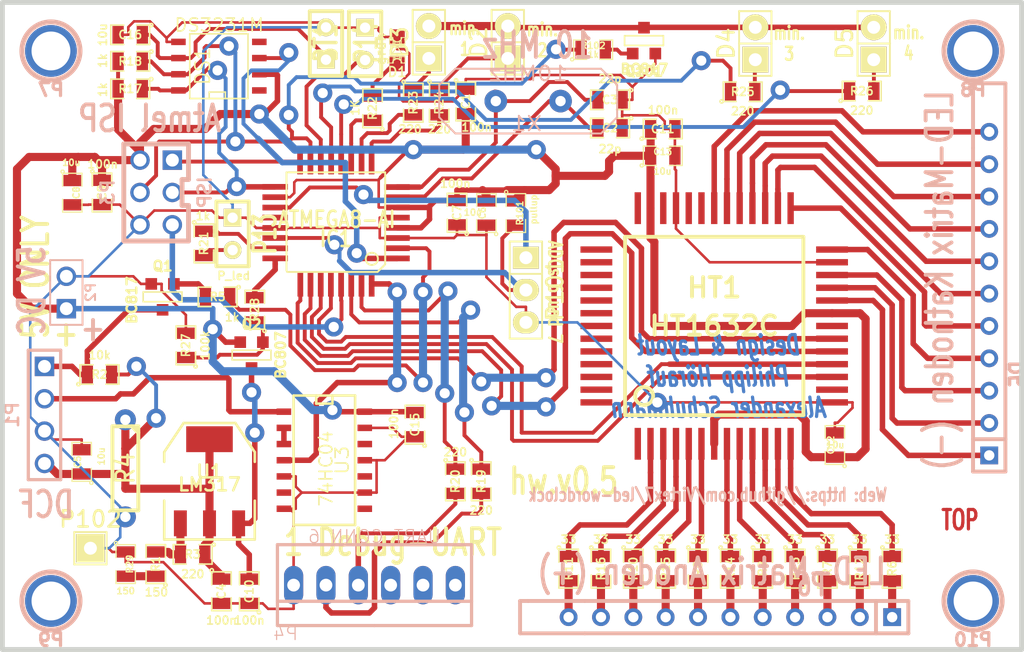
<source format=kicad_pcb>
(kicad_pcb (version 20171130) (host pcbnew "(5.1.12)-1")
  (title_block (title "DCF-kontrollierte Wordclock") (date "12 may 2013") (rev 0.4) (company "Philipp Hörauf"))
  (layers (0 Vorderseite mixed) (31 Rückseite mixed) (36 B.SilkS user hide) (37 F.SilkS user hide) (38 B.Mask user hide) (39 F.Mask user hide) (44 Edge.Cuts user))
  (net 0 "")
  (net 1 /3V)
  (net 2 /ChipSelect)
  (net 3 /DCF77)
  (net 4 /PON)
  (net 5 /RTC_SW)
  (net 6 /ReadClock)
  (net 7 /SerialData)
  (net 8 /WriteClock)
  (net 9 /dcf_on)
  (net 10 /minuten_1)
  (net 11 /minuten_2)
  (net 12 /miso)
  (net 13 /mosi)
  (net 14 /reset)
  (net 15 /rx)
  (net 16 /sck)
  (net 17 /tx)
  (net 18 GND)
  (net 19 "Net-(BT1-Pad1)")
  (net 20 "Net-(C2-Pad2)")
  (net 21 "Net-(C3-Pad2)")
  (net 22 "Net-(C10-Pad2)")
  (net 23 "Net-(D1-Pad1)")
  (net 24 "Net-(D2-Pad1)")
  (net 25 "Net-(D3-Pad1)")
  (net 26 "Net-(HT1-Pad2)")
  (net 27 "Net-(HT1-Pad3)")
  (net 28 "Net-(HT1-Pad4)")
  (net 29 "Net-(HT1-Pad5)")
  (net 30 "Net-(HT1-Pad6)")
  (net 31 "Net-(HT1-Pad8)")
  (net 32 "Net-(HT1-Pad9)")
  (net 33 "Net-(HT1-Pad10)")
  (net 34 "Net-(HT1-Pad11)")
  (net 35 "Net-(HT1-Pad12)")
  (net 36 "Net-(HT1-Pad13)")
  (net 37 "Net-(HT1-Pad22)")
  (net 38 "Net-(HT1-Pad23)")
  (net 39 "Net-(HT1-Pad24)")
  (net 40 "Net-(HT1-Pad26)")
  (net 41 "Net-(HT1-Pad27)")
  (net 42 "Net-(HT1-Pad28)")
  (net 43 "Net-(HT1-Pad29)")
  (net 44 "Net-(HT1-Pad30)")
  (net 45 "Net-(HT1-Pad31)")
  (net 46 "Net-(HT1-Pad32)")
  (net 47 "Net-(HT1-Pad33)")
  (net 48 "Net-(IC1-Pad23)")
  (net 49 "Net-(IC1-Pad31)")
  (net 50 "Net-(IC1-Pad30)")
  (net 51 /minuten_3)
  (net 52 /minuten_4)
  (net 53 "Net-(IC1-Pad11)")
  (net 54 "Net-(IC1-Pad14)")
  (net 55 "Net-(P1-Pad1)")
  (net 56 "Net-(P1-Pad2)")
  (net 57 "Net-(P6-Pad1)")
  (net 58 "Net-(P6-Pad2)")
  (net 59 "Net-(P6-Pad3)")
  (net 60 "Net-(P6-Pad4)")
  (net 61 "Net-(P6-Pad5)")
  (net 62 "Net-(P6-Pad6)")
  (net 63 "Net-(P6-Pad7)")
  (net 64 "Net-(P6-Pad8)")
  (net 65 "Net-(P6-Pad9)")
  (net 66 "Net-(P6-Pad10)")
  (net 67 "Net-(P6-Pad11)")
  (net 68 "Net-(P13-Pad2)")
  (net 69 "Net-(Q1-Pad2)")
  (net 70 "Net-(Q2-Pad2)")
  (net 71 "Net-(R1-Pad2)")
  (net 72 "Net-(U3-Pad2)")
  (net 73 "Net-(D4-Pad1)")
  (net 74 "Net-(D5-Pad1)")
  (net 75 /lichtsensor)
  (net 76 "Net-(R1-Pad1)")
  (net 77 +5V)
  (net 78 "Net-(D2-Pad2)")
  (net 79 /debug)
  (net 80 "Net-(Q101-Pad2)")
  (module TQFP32 (layer Vorderseite) (at 196.342 54.102 180)
    (fp_text reference IC1 (at 0 -1.27 180) (layer F.SilkS) (effects (font (size 1.27 1.016) (thickness 0.2032))))
    (fp_text value ATMEGA8-AI (at -0.0762 0.2286 180) (layer F.SilkS) (effects (font (size 1.27 1.016) (thickness 0.2032))))
    (pad 8 smd rect (at -4.81584 2.77622 180) (size 1.99898 0.44958) (layers Vorderseite F.Mask) (net 21 "Net-(C3-Pad2)"))
    (pad 7 smd rect (at -4.81584 1.97612 180) (size 1.99898 0.44958) (layers Vorderseite F.Mask) (net 20 "Net-(C2-Pad2)"))
    (pad 6 smd rect (at -4.81584 1.17602 180) (size 1.99898 0.44958) (layers Vorderseite F.Mask) (net 77 +5V))
    (pad 5 smd rect (at -4.81584 0.37592 180) (size 1.99898 0.44958) (layers Vorderseite F.Mask) (net 18 GND))
    (pad 4 smd rect (at -4.81584 -0.42418 180) (size 1.99898 0.44958) (layers Vorderseite F.Mask) (net 77 +5V))
    (pad 3 smd rect (at -4.81584 -1.22428 180) (size 1.99898 0.44958) (layers Vorderseite F.Mask) (net 18 GND))
    (pad 2 smd rect (at -4.81584 -2.02438 180) (size 1.99898 0.44958) (layers Vorderseite F.Mask) (net 4 /PON))
    (pad 1 smd rect (at -4.81584 -2.82448 180) (size 1.99898 0.44958) (layers Vorderseite F.Mask) (net 5 /RTC_SW))
    (pad 24 smd rect (at 4.7498 -2.8194 180) (size 1.99898 0.44958) (layers Vorderseite F.Mask) (net 9 /dcf_on))
    (pad 17 smd rect (at 4.7498 2.794 180) (size 1.99898 0.44958) (layers Vorderseite F.Mask) (net 16 /sck))
    (pad 18 smd rect (at 4.7498 1.9812 180) (size 1.99898 0.44958) (layers Vorderseite F.Mask) (net 77 +5V))
    (pad 19 smd rect (at 4.7498 1.1684 180) (size 1.99898 0.44958) (layers Vorderseite F.Mask) (net 75 /lichtsensor))
    (pad 20 smd rect (at 4.7498 0.381 180) (size 1.99898 0.44958) (layers Vorderseite F.Mask))
    (pad 21 smd rect (at 4.7498 -0.4318 180) (size 1.99898 0.44958) (layers Vorderseite F.Mask) (net 18 GND))
    (pad 22 smd rect (at 4.7498 -1.2192 180) (size 1.99898 0.44958) (layers Vorderseite F.Mask) (net 79 /debug))
    (pad 23 smd rect (at 4.7498 -2.032 180) (size 1.99898 0.44958) (layers Vorderseite F.Mask) (net 48 "Net-(IC1-Pad23)"))
    (pad 32 smd rect (at -2.82448 -4.826 180) (size 0.44958 1.99898) (layers Vorderseite F.Mask) (net 3 /DCF77))
    (pad 31 smd rect (at -2.02692 -4.826 180) (size 0.44958 1.99898) (layers Vorderseite F.Mask) (net 49 "Net-(IC1-Pad31)"))
    (pad 30 smd rect (at -1.22428 -4.826 180) (size 0.44958 1.99898) (layers Vorderseite F.Mask) (net 50 "Net-(IC1-Pad30)"))
    (pad 29 smd rect (at -0.42672 -4.826 180) (size 0.44958 1.99898) (layers Vorderseite F.Mask) (net 14 /reset))
    (pad 28 smd rect (at 0.37592 -4.826 180) (size 0.44958 1.99898) (layers Vorderseite F.Mask) (net 8 /WriteClock))
    (pad 27 smd rect (at 1.17348 -4.826 180) (size 0.44958 1.99898) (layers Vorderseite F.Mask) (net 7 /SerialData))
    (pad 26 smd rect (at 1.97612 -4.826 180) (size 0.44958 1.99898) (layers Vorderseite F.Mask) (net 6 /ReadClock))
    (pad 25 smd rect (at 2.77368 -4.826 180) (size 0.44958 1.99898) (layers Vorderseite F.Mask) (net 2 /ChipSelect))
    (pad 9 smd rect (at -2.8194 4.7752 180) (size 0.44958 1.99898) (layers Vorderseite F.Mask) (net 51 /minuten_3))
    (pad 10 smd rect (at -2.032 4.7752 180) (size 0.44958 1.99898) (layers Vorderseite F.Mask) (net 52 /minuten_4))
    (pad 11 smd rect (at -1.2192 4.7752 180) (size 0.44958 1.99898) (layers Vorderseite F.Mask) (net 53 "Net-(IC1-Pad11)"))
    (pad 12 smd rect (at -0.4318 4.7752 180) (size 0.44958 1.99898) (layers Vorderseite F.Mask) (net 11 /minuten_2))
    (pad 13 smd rect (at 0.3556 4.7752 180) (size 0.44958 1.99898) (layers Vorderseite F.Mask) (net 10 /minuten_1))
    (pad 14 smd rect (at 1.1684 4.7752 180) (size 0.44958 1.99898) (layers Vorderseite F.Mask) (net 54 "Net-(IC1-Pad14)"))
    (pad 15 smd rect (at 1.9812 4.7752 180) (size 0.44958 1.99898) (layers Vorderseite F.Mask) (net 13 /mosi))
    (pad 16 smd rect (at 2.794 4.7752 180) (size 0.44958 1.99898) (layers Vorderseite F.Mask) (net 12 /miso))
  )
  (module LED-0805-newMask (layer Vorderseite) (at 201.168 40.5892 90)
    (fp_text reference D1 (at -1.7018 0 180) (layer F.SilkS) (effects (font (size 0.762 0.762) (thickness 0.127))))
    (fp_text value grün (at 0.1016 -1.2954 270) (layer F.SilkS) (effects (font (size 0.762 0.762) (thickness 0.127))))
    (pad 1 smd rect (at -1.04902 0 90) (size 1.19888 1.19888) (layers Vorderseite F.Mask) (net 23 "Net-(D1-Pad1)"))
    (pad 2 smd rect (at 1.04902 0 90) (size 1.19888 1.19888) (layers Vorderseite F.Mask) (net 18 GND))
  )
  (module PINHEAD1-6 (layer Rückseite) (at 199.39 82.5754)
    (fp_text reference P4 (at -6.985 3.81) (layer B.SilkS) (effects (font (size 1.016 1.016) (thickness 0.0889)) (justify mirror)))
    (fp_text value UART_CONN_6 (at 0 -3.81) (layer B.SilkS) (effects (font (size 1.016 1.016) (thickness 0.0889)) (justify mirror)))
    (pad 1 thru_hole oval (at -6.35 0) (size 1.50622 3.01498) (drill 1.00076) (layers *.Cu *.Mask) (net 18 GND))
    (pad 2 thru_hole oval (at -3.81 0) (size 1.50622 3.01498) (drill 1.00076) (layers *.Cu *.Mask) (net 15 /rx))
    (pad 3 thru_hole oval (at -1.27 0) (size 1.50622 3.01498) (drill 1.00076) (layers *.Cu *.Mask) (net 17 /tx))
    (pad 4 thru_hole oval (at 1.27 0) (size 1.50622 3.01498) (drill 1.00076) (layers *.Cu *.Mask))
    (pad 5 thru_hole oval (at 3.81 0) (size 1.50622 3.01498) (drill 1.00076) (layers *.Cu *.Mask))
    (pad 6 thru_hole oval (at 6.35 0) (size 1.50622 3.01498) (drill 1.00076) (layers *.Cu *.Mask))
  )
  (module pin_array_3x2 (layer Rückseite) (at 182.25 51.75 270)
    (fp_text reference P3 (at 0 3.81 270) (layer B.SilkS) (effects (font (size 1.016 1.016) (thickness 0.2032)) (justify mirror)))
    (fp_text value ISP (at 0 -3.81 270) (layer B.SilkS) (effects (font (size 1.016 1.016) (thickness 0.2032)) (justify mirror)))
    (pad 1 thru_hole rect (at -2.54 -1.27 270) (size 1.524 1.524) (drill 1.016) (layers *.Cu *.Mask) (net 12 /miso))
    (pad 2 thru_hole circle (at -2.54 1.27 270) (size 1.524 1.524) (drill 1.016) (layers *.Cu *.Mask) (net 77 +5V))
    (pad 3 thru_hole circle (at 0 -1.27 270) (size 1.524 1.524) (drill 1.016) (layers *.Cu *.Mask) (net 16 /sck))
    (pad 4 thru_hole circle (at 0 1.27 270) (size 1.524 1.524) (drill 1.016) (layers *.Cu *.Mask) (net 13 /mosi))
    (pad 5 thru_hole circle (at 2.54 -1.27 270) (size 1.524 1.524) (drill 1.016) (layers *.Cu *.Mask) (net 14 /reset))
    (pad 6 thru_hole circle (at 2.54 1.27 270) (size 1.524 1.524) (drill 1.016) (layers *.Cu *.Mask) (net 18 GND))
  )
  (module SOT223 (layer Vorderseite) (at 186.436 74.422)
    (fp_text reference U1 (at 0 -0.762) (layer F.SilkS) (effects (font (size 1.016 1.016) (thickness 0.2032))))
    (fp_text value LM317 (at 0 0.254) (layer F.SilkS) (effects (font (size 1.016 1.016) (thickness 0.2032))))
    (pad 3 smd rect (at 0 -3.302) (size 3.6576 2.032) (layers Vorderseite F.Mask) (net 1 /3V) (clearance 0.508))
    (pad 3 smd rect (at 0 3.302) (size 1.016 2.032) (layers Vorderseite F.Mask) (net 1 /3V))
    (pad 1 smd rect (at 2.286 3.302) (size 1.016 2.032) (layers Vorderseite F.Mask) (net 22 "Net-(C10-Pad2)"))
    (pad 2 smd rect (at -2.286 3.302) (size 1.016 2.032) (layers Vorderseite F.Mask) (net 71 "Net-(R1-Pad2)"))
  )
  (module SIL-12 (layer Rückseite) (at 247.65 58.42 90)
    (fp_text reference P5 (at -7.62 2.54 90) (layer B.SilkS) (effects (font (size 1.72974 1.08712) (thickness 0.27178)) (justify mirror)))
    (fp_text value Led_Zeilen_CONN_11 (at 3.81 5.08 90) (layer B.SilkS) (effects (font (size 1.524 1.016) (thickness 0.254)) (justify mirror)))
    (pad 1 thru_hole rect (at -13.97 0 90) (size 1.397 1.397) (drill 0.8128) (layers *.Cu *.Mask) (net 37 "Net-(HT1-Pad22)"))
    (pad 2 thru_hole circle (at -11.43 0 90) (size 1.397 1.397) (drill 0.8128) (layers *.Cu *.Mask) (net 38 "Net-(HT1-Pad23)"))
    (pad 3 thru_hole circle (at -8.89 0 90) (size 1.397 1.397) (drill 0.8128) (layers *.Cu *.Mask) (net 39 "Net-(HT1-Pad24)"))
    (pad 4 thru_hole circle (at -6.35 0 90) (size 1.397 1.397) (drill 0.8128) (layers *.Cu *.Mask) (net 40 "Net-(HT1-Pad26)"))
    (pad 5 thru_hole circle (at -3.81 0 90) (size 1.397 1.397) (drill 0.8128) (layers *.Cu *.Mask) (net 41 "Net-(HT1-Pad27)"))
    (pad 6 thru_hole circle (at -1.27 0 90) (size 1.397 1.397) (drill 0.8128) (layers *.Cu *.Mask) (net 42 "Net-(HT1-Pad28)"))
    (pad 7 thru_hole circle (at 1.27 0 90) (size 1.397 1.397) (drill 0.8128) (layers *.Cu *.Mask) (net 43 "Net-(HT1-Pad29)"))
    (pad 8 thru_hole circle (at 3.81 0 90) (size 1.397 1.397) (drill 0.8128) (layers *.Cu *.Mask) (net 44 "Net-(HT1-Pad30)"))
    (pad 9 thru_hole circle (at 6.35 0 90) (size 1.397 1.397) (drill 0.8128) (layers *.Cu *.Mask) (net 45 "Net-(HT1-Pad31)"))
    (pad 10 thru_hole circle (at 8.89 0 90) (size 1.397 1.397) (drill 0.8128) (layers *.Cu *.Mask) (net 46 "Net-(HT1-Pad32)"))
    (pad 11 thru_hole circle (at 11.43 0 90) (size 1.397 1.397) (drill 0.8128) (layers *.Cu *.Mask) (net 47 "Net-(HT1-Pad33)"))
  )
  (module SOT23EBC (layer Vorderseite) (at 182.753 59.944)
    (fp_text reference Q1 (at 0 -2.413) (layer F.SilkS) (effects (font (size 0.762 0.762) (thickness 0.1905))))
    (fp_text value BC817 (at -2.413 0.254 90) (layer F.SilkS) (effects (font (size 0.762 0.762) (thickness 0.1905))))
    (pad 1 smd rect (at -0.889 -1.016) (size 0.9144 0.9144) (layers Vorderseite F.Mask) (net 18 GND))
    (pad 2 smd rect (at 0.889 -1.016) (size 0.9144 0.9144) (layers Vorderseite F.Mask) (net 69 "Net-(Q1-Pad2)"))
    (pad 3 smd rect (at 0 1.016) (size 0.9144 0.9144) (layers Vorderseite F.Mask) (net 55 "Net-(P1-Pad1)"))
  )
  (module SO14N (layer Vorderseite) (at 195.58 72.771 270)
    (fp_text reference U3 (at 0 -1.27 270) (layer F.SilkS) (effects (font (size 1.016 1.143) (thickness 0.127))))
    (fp_text value 74HC04 (at 0.6604 0 270) (layer F.SilkS) (effects (font (size 1.016 1.016) (thickness 0.127))))
    (pad 1 smd rect (at -3.81 3.302 270) (size 0.508 1.143) (layers Vorderseite F.Mask) (net 56 "Net-(P1-Pad2)"))
    (pad 2 smd rect (at -2.54 3.302 270) (size 0.508 1.143) (layers Vorderseite F.Mask) (net 72 "Net-(U3-Pad2)"))
    (pad 3 smd rect (at -1.27 3.302 270) (size 0.508 1.143) (layers Vorderseite F.Mask) (net 72 "Net-(U3-Pad2)"))
    (pad 4 smd rect (at 0 3.302 270) (size 0.508 1.143) (layers Vorderseite F.Mask) (net 3 /DCF77))
    (pad 5 smd rect (at 1.27 3.302 270) (size 0.508 1.143) (layers Vorderseite F.Mask) (net 18 GND))
    (pad 6 smd rect (at 2.54 3.302 270) (size 0.508 1.143) (layers Vorderseite F.Mask))
    (pad 7 smd rect (at 3.81 3.302 270) (size 0.508 1.143) (layers Vorderseite F.Mask) (net 18 GND))
    (pad 8 smd rect (at 3.81 -3.048 270) (size 0.508 1.143) (layers Vorderseite F.Mask))
    (pad 9 smd rect (at 2.54 -3.048 270) (size 0.508 1.143) (layers Vorderseite F.Mask) (net 18 GND))
    (pad 11 smd rect (at 0 -3.048 270) (size 0.508 1.143) (layers Vorderseite F.Mask) (net 18 GND))
    (pad 12 smd rect (at -1.27 -3.048 270) (size 0.508 1.143) (layers Vorderseite F.Mask))
    (pad 13 smd rect (at -2.54 -3.048 270) (size 0.508 1.143) (layers Vorderseite F.Mask) (net 18 GND))
    (pad 14 smd rect (at -3.81 -3.048 270) (size 0.508 1.143) (layers Vorderseite F.Mask) (net 77 +5V))
    (pad 10 smd rect (at 1.27 -3.048 270) (size 0.508 1.143) (layers Vorderseite F.Mask))
  )
  (module SM0805 (layer Vorderseite) (at 240.03 81.28 270)
    (fp_text reference R6 (at 0 0 270) (layer F.SilkS) (effects (font (size 0.635 0.635) (thickness 0.127))))
    (fp_text value 33 (at -2.286 0) (layer F.SilkS) (effects (font (size 0.635 0.635) (thickness 0.127))))
    (pad 1 smd rect (at -0.9525 0 270) (size 0.889 1.397) (layers Vorderseite F.Mask) (net 36 "Net-(HT1-Pad13)"))
    (pad 2 smd rect (at 0.9525 0 270) (size 0.889 1.397) (layers Vorderseite F.Mask) (net 57 "Net-(P6-Pad1)"))
  )
  (module SM0805 (layer Vorderseite) (at 187.071 59.944 180)
    (fp_text reference R5 (at 0 0 180) (layer F.SilkS) (effects (font (size 0.635 0.635) (thickness 0.127))))
    (fp_text value 1k (at -1.143 -1.6002 180) (layer F.SilkS) (effects (font (size 0.635 0.635) (thickness 0.127))))
    (pad 1 smd rect (at -0.9525 0 180) (size 0.889 1.397) (layers Vorderseite F.Mask) (net 4 /PON))
    (pad 2 smd rect (at 0.9525 0 180) (size 0.889 1.397) (layers Vorderseite F.Mask) (net 69 "Net-(Q1-Pad2)"))
  )
  (module SM0805 (layer Vorderseite) (at 237.49 81.28 270)
    (fp_text reference R12 (at 0 0 270) (layer F.SilkS) (effects (font (size 0.635 0.635) (thickness 0.127))))
    (fp_text value 33 (at -2.286 0) (layer F.SilkS) (effects (font (size 0.635 0.635) (thickness 0.127))))
    (pad 1 smd rect (at -0.9525 0 270) (size 0.889 1.397) (layers Vorderseite F.Mask) (net 35 "Net-(HT1-Pad12)"))
    (pad 2 smd rect (at 0.9525 0 270) (size 0.889 1.397) (layers Vorderseite F.Mask) (net 58 "Net-(P6-Pad2)"))
  )
  (module SM0805 (layer Vorderseite) (at 214.63 81.28 270)
    (fp_text reference R11 (at 0 0 270) (layer F.SilkS) (effects (font (size 0.635 0.635) (thickness 0.127))))
    (fp_text value 33 (at -2.286 0) (layer F.SilkS) (effects (font (size 0.635 0.635) (thickness 0.127))))
    (pad 1 smd rect (at -0.9525 0 270) (size 0.889 1.397) (layers Vorderseite F.Mask) (net 26 "Net-(HT1-Pad2)"))
    (pad 2 smd rect (at 0.9525 0 270) (size 0.889 1.397) (layers Vorderseite F.Mask) (net 67 "Net-(P6-Pad11)"))
  )
  (module SM0805 (layer Vorderseite) (at 234.95 81.28 270)
    (fp_text reference R7 (at 0 0 270) (layer F.SilkS) (effects (font (size 0.635 0.635) (thickness 0.127))))
    (fp_text value 33 (at -2.286 0) (layer F.SilkS) (effects (font (size 0.635 0.635) (thickness 0.127))))
    (pad 1 smd rect (at -0.9525 0 270) (size 0.889 1.397) (layers Vorderseite F.Mask) (net 34 "Net-(HT1-Pad11)"))
    (pad 2 smd rect (at 0.9525 0 270) (size 0.889 1.397) (layers Vorderseite F.Mask) (net 59 "Net-(P6-Pad3)"))
  )
  (module SM0805 (layer Vorderseite) (at 229.87 81.28 270)
    (fp_text reference R8 (at 0 0 270) (layer F.SilkS) (effects (font (size 0.635 0.635) (thickness 0.127))))
    (fp_text value 33 (at -2.286 0) (layer F.SilkS) (effects (font (size 0.635 0.635) (thickness 0.127))))
    (pad 1 smd rect (at -0.9525 0 270) (size 0.889 1.397) (layers Vorderseite F.Mask) (net 32 "Net-(HT1-Pad9)"))
    (pad 2 smd rect (at 0.9525 0 270) (size 0.889 1.397) (layers Vorderseite F.Mask) (net 61 "Net-(P6-Pad5)"))
  )
  (module SM0805 (layer Vorderseite) (at 224.79 81.28 270)
    (fp_text reference R9 (at 0 0 270) (layer F.SilkS) (effects (font (size 0.635 0.635) (thickness 0.127))))
    (fp_text value 33 (at -2.286 0) (layer F.SilkS) (effects (font (size 0.635 0.635) (thickness 0.127))))
    (pad 1 smd rect (at -0.9525 0 270) (size 0.889 1.397) (layers Vorderseite F.Mask) (net 30 "Net-(HT1-Pad6)"))
    (pad 2 smd rect (at 0.9525 0 270) (size 0.889 1.397) (layers Vorderseite F.Mask) (net 63 "Net-(P6-Pad7)"))
  )
  (module SM0805 (layer Vorderseite) (at 185.115 80.1624 180)
    (fp_text reference R3 (at 0 0 180) (layer F.SilkS) (effects (font (size 0.635 0.635) (thickness 0.127))))
    (fp_text value 220 (at 0 -1.5494 180) (layer F.SilkS) (effects (font (size 0.635 0.635) (thickness 0.127))))
    (pad 1 smd rect (at -0.9525 0 180) (size 0.889 1.397) (layers Vorderseite F.Mask) (net 1 /3V))
    (pad 2 smd rect (at 0.9525 0 180) (size 0.889 1.397) (layers Vorderseite F.Mask) (net 71 "Net-(R1-Pad2)"))
  )
  (module SM0805 (layer Vorderseite) (at 177.8 66.04)
    (fp_text reference R2 (at 0 0) (layer F.SilkS) (effects (font (size 0.635 0.635) (thickness 0.127))))
    (fp_text value 10k (at 0 -1.524) (layer F.SilkS) (effects (font (size 0.635 0.635) (thickness 0.127))))
    (pad 1 smd rect (at -0.9525 0) (size 0.889 1.397) (layers Vorderseite F.Mask) (net 55 "Net-(P1-Pad1)"))
    (pad 2 smd rect (at 0.9525 0) (size 0.889 1.397) (layers Vorderseite F.Mask) (net 1 /3V))
  )
  (module SM0805 (layer Vorderseite) (at 182.22 80.9244 90)
    (fp_text reference R1 (at 0 0 90) (layer F.SilkS) (effects (font (size 0.635 0.635) (thickness 0.127))))
    (fp_text value 150 (at -2.2098 0.0508) (layer F.SilkS) (effects (font (size 0.635 0.635) (thickness 0.127))))
    (pad 1 smd rect (at -0.9525 0 90) (size 0.889 1.397) (layers Vorderseite F.Mask) (net 76 "Net-(R1-Pad1)"))
    (pad 2 smd rect (at 0.9525 0 90) (size 0.889 1.397) (layers Vorderseite F.Mask) (net 71 "Net-(R1-Pad2)"))
  )
  (module SM0805 (layer Vorderseite) (at 219.71 81.28 270)
    (fp_text reference R10 (at 0 0 270) (layer F.SilkS) (effects (font (size 0.635 0.635) (thickness 0.127))))
    (fp_text value 33 (at -2.286 0) (layer F.SilkS) (effects (font (size 0.635 0.635) (thickness 0.127))))
    (pad 1 smd rect (at -0.9525 0 270) (size 0.889 1.397) (layers Vorderseite F.Mask) (net 28 "Net-(HT1-Pad4)"))
    (pad 2 smd rect (at 0.9525 0 270) (size 0.889 1.397) (layers Vorderseite F.Mask) (net 65 "Net-(P6-Pad9)"))
  )
  (module SM0805 (layer Vorderseite) (at 232.41 81.28 270)
    (fp_text reference R13 (at 0 0 270) (layer F.SilkS) (effects (font (size 0.635 0.635) (thickness 0.127))))
    (fp_text value 33 (at -2.286 0) (layer F.SilkS) (effects (font (size 0.635 0.635) (thickness 0.127))))
    (pad 1 smd rect (at -0.9525 0 270) (size 0.889 1.397) (layers Vorderseite F.Mask) (net 33 "Net-(HT1-Pad10)"))
    (pad 2 smd rect (at 0.9525 0 270) (size 0.889 1.397) (layers Vorderseite F.Mask) (net 60 "Net-(P6-Pad4)"))
  )
  (module SM0805 (layer Vorderseite) (at 206.553 44.6024 270)
    (fp_text reference C1 (at 0 0 270) (layer F.SilkS) (effects (font (size 0.635 0.635) (thickness 0.127))))
    (fp_text value 100n (at 2.032 -0.8636) (layer F.SilkS) (effects (font (size 0.635 0.635) (thickness 0.127))))
    (pad 1 smd rect (at -0.9525 0 270) (size 0.889 1.397) (layers Vorderseite F.Mask) (net 18 GND))
    (pad 2 smd rect (at 0.9525 0 270) (size 0.889 1.397) (layers Vorderseite F.Mask) (net 77 +5V))
  )
  (module SM0805 (layer Vorderseite) (at 227.33 81.28 270)
    (fp_text reference R14 (at 0 0 270) (layer F.SilkS) (effects (font (size 0.635 0.635) (thickness 0.127))))
    (fp_text value 33 (at -2.286 0) (layer F.SilkS) (effects (font (size 0.635 0.635) (thickness 0.127))))
    (pad 1 smd rect (at -0.9525 0 270) (size 0.889 1.397) (layers Vorderseite F.Mask) (net 31 "Net-(HT1-Pad8)"))
    (pad 2 smd rect (at 0.9525 0 270) (size 0.889 1.397) (layers Vorderseite F.Mask) (net 62 "Net-(P6-Pad6)"))
  )
  (module SM0805 (layer Vorderseite) (at 222.25 81.28 270)
    (fp_text reference R15 (at 0 0 270) (layer F.SilkS) (effects (font (size 0.635 0.635) (thickness 0.127))))
    (fp_text value 33 (at -2.286 0) (layer F.SilkS) (effects (font (size 0.635 0.635) (thickness 0.127))))
    (pad 1 smd rect (at -0.9525 0 270) (size 0.889 1.397) (layers Vorderseite F.Mask) (net 29 "Net-(HT1-Pad5)"))
    (pad 2 smd rect (at 0.9525 0 270) (size 0.889 1.397) (layers Vorderseite F.Mask) (net 64 "Net-(P6-Pad8)"))
  )
  (module SM0805 (layer Vorderseite) (at 217.17 81.28 270)
    (fp_text reference R16 (at 0 0 270) (layer F.SilkS) (effects (font (size 0.635 0.635) (thickness 0.127))))
    (fp_text value 33 (at -2.286 0) (layer F.SilkS) (effects (font (size 0.635 0.635) (thickness 0.127))))
    (pad 1 smd rect (at -0.9525 0 270) (size 0.889 1.397) (layers Vorderseite F.Mask) (net 27 "Net-(HT1-Pad3)"))
    (pad 2 smd rect (at 0.9525 0 270) (size 0.889 1.397) (layers Vorderseite F.Mask) (net 66 "Net-(P6-Pad10)"))
  )
  (module SM0805 (layer Vorderseite) (at 222.021 46.7614)
    (fp_text reference C11 (at 0 0) (layer F.SilkS) (effects (font (size 0.635 0.635) (thickness 0.127))))
    (fp_text value 100n (at 0.0254 -1.4732) (layer F.SilkS) (effects (font (size 0.635 0.635) (thickness 0.127))))
    (pad 1 smd rect (at -0.9525 0) (size 0.889 1.397) (layers Vorderseite F.Mask) (net 77 +5V))
    (pad 2 smd rect (at 0.9525 0) (size 0.889 1.397) (layers Vorderseite F.Mask) (net 18 GND))
  )
  (module SM0805 (layer Vorderseite) (at 189.56 83.058 90)
    (fp_text reference C10 (at 0 0 90) (layer F.SilkS) (effects (font (size 0.635 0.635) (thickness 0.127))))
    (fp_text value 100n (at -2.286 0 180) (layer F.SilkS) (effects (font (size 0.635 0.635) (thickness 0.127))))
    (pad 1 smd rect (at -0.9525 0 90) (size 0.889 1.397) (layers Vorderseite F.Mask) (net 18 GND))
    (pad 2 smd rect (at 0.9525 0 90) (size 0.889 1.397) (layers Vorderseite F.Mask) (net 22 "Net-(C10-Pad2)"))
  )
  (module SM0805 (layer Vorderseite) (at 178.001 51.75 270)
    (fp_text reference C9 (at 0 0 270) (layer F.SilkS) (effects (font (size 0.635 0.635) (thickness 0.127))))
    (fp_text value 100n (at -2.21996 -0.05334) (layer F.SilkS) (effects (font (size 0.635 0.635) (thickness 0.127))))
    (pad 1 smd rect (at -0.9525 0 270) (size 0.889 1.397) (layers Vorderseite F.Mask) (net 77 +5V))
    (pad 2 smd rect (at 0.9525 0 270) (size 0.889 1.397) (layers Vorderseite F.Mask) (net 18 GND))
  )
  (module SM0805 (layer Vorderseite) (at 205.867 53.34 90)
    (fp_text reference C7 (at 0 0 90) (layer F.SilkS) (effects (font (size 0.635 0.635) (thickness 0.127))))
    (fp_text value 100n (at 2.286 -0.127 180) (layer F.SilkS) (effects (font (size 0.635 0.635) (thickness 0.127))))
    (pad 1 smd rect (at -0.9525 0 90) (size 0.889 1.397) (layers Vorderseite F.Mask) (net 18 GND))
    (pad 2 smd rect (at 0.9525 0 90) (size 0.889 1.397) (layers Vorderseite F.Mask) (net 77 +5V))
  )
  (module SM0805 (layer Vorderseite) (at 187.376 83.058 270)
    (fp_text reference C4 (at 0 0 270) (layer F.SilkS) (effects (font (size 0.635 0.635) (thickness 0.127))))
    (fp_text value 100n (at 2.286 0) (layer F.SilkS) (effects (font (size 0.635 0.635) (thickness 0.127))))
    (pad 1 smd rect (at -0.9525 0 270) (size 0.889 1.397) (layers Vorderseite F.Mask) (net 1 /3V))
    (pad 2 smd rect (at 0.9525 0 270) (size 0.889 1.397) (layers Vorderseite F.Mask) (net 18 GND))
  )
  (module SM0805 (layer Vorderseite) (at 217.881 44.4754 180)
    (fp_text reference C3 (at 0 0 180) (layer F.SilkS) (effects (font (size 0.635 0.635) (thickness 0.127))))
    (fp_text value 22p (at 0 1.651 180) (layer F.SilkS) (effects (font (size 0.635 0.635) (thickness 0.127))))
    (pad 1 smd rect (at -0.9525 0 180) (size 0.889 1.397) (layers Vorderseite F.Mask) (net 18 GND))
    (pad 2 smd rect (at 0.9525 0 180) (size 0.889 1.397) (layers Vorderseite F.Mask) (net 21 "Net-(C3-Pad2)"))
  )
  (module SM0805 (layer Vorderseite) (at 217.881 46.6852 180)
    (fp_text reference C2 (at 0 0 180) (layer F.SilkS) (effects (font (size 0.635 0.635) (thickness 0.127))))
    (fp_text value 22p (at 0 -1.651 180) (layer F.SilkS) (effects (font (size 0.635 0.635) (thickness 0.127))))
    (pad 1 smd rect (at -0.9525 0 180) (size 0.889 1.397) (layers Vorderseite F.Mask) (net 18 GND))
    (pad 2 smd rect (at 0.9525 0 180) (size 0.889 1.397) (layers Vorderseite F.Mask) (net 20 "Net-(C2-Pad2)"))
  )
  (module SIL-12 (layer Rückseite) (at 226.06 85.09 180)
    (fp_text reference P6 (at -7.62 2.54 180) (layer B.SilkS) (effects (font (size 1.72974 1.08712) (thickness 0.27178)) (justify mirror)))
    (fp_text value Led_Spalten_CONN_11 (at 0 -5.08 180) (layer B.SilkS) (effects (font (size 1.524 1.016) (thickness 0.254)) (justify mirror)))
    (pad 1 thru_hole rect (at -13.97 0 180) (size 1.397 1.397) (drill 0.8128) (layers *.Cu *.Mask) (net 57 "Net-(P6-Pad1)"))
    (pad 2 thru_hole circle (at -11.43 0 180) (size 1.397 1.397) (drill 0.8128) (layers *.Cu *.Mask) (net 58 "Net-(P6-Pad2)"))
    (pad 3 thru_hole circle (at -8.89 0 180) (size 1.397 1.397) (drill 0.8128) (layers *.Cu *.Mask) (net 59 "Net-(P6-Pad3)"))
    (pad 4 thru_hole circle (at -6.35 0 180) (size 1.397 1.397) (drill 0.8128) (layers *.Cu *.Mask) (net 60 "Net-(P6-Pad4)"))
    (pad 5 thru_hole circle (at -3.81 0 180) (size 1.397 1.397) (drill 0.8128) (layers *.Cu *.Mask) (net 61 "Net-(P6-Pad5)"))
    (pad 6 thru_hole circle (at -1.27 0 180) (size 1.397 1.397) (drill 0.8128) (layers *.Cu *.Mask) (net 62 "Net-(P6-Pad6)"))
    (pad 7 thru_hole circle (at 1.27 0 180) (size 1.397 1.397) (drill 0.8128) (layers *.Cu *.Mask) (net 63 "Net-(P6-Pad7)"))
    (pad 8 thru_hole circle (at 3.81 0 180) (size 1.397 1.397) (drill 0.8128) (layers *.Cu *.Mask) (net 64 "Net-(P6-Pad8)"))
    (pad 9 thru_hole circle (at 6.35 0 180) (size 1.397 1.397) (drill 0.8128) (layers *.Cu *.Mask) (net 65 "Net-(P6-Pad9)"))
    (pad 10 thru_hole circle (at 8.89 0 180) (size 1.397 1.397) (drill 0.8128) (layers *.Cu *.Mask) (net 66 "Net-(P6-Pad10)"))
    (pad 11 thru_hole circle (at 11.43 0 180) (size 1.397 1.397) (drill 0.8128) (layers *.Cu *.Mask) (net 67 "Net-(P6-Pad11)"))
  )
  (module R3-LARGE_PADS (layer Vorderseite) (at 179.832 73.406 270)
    (fp_text reference R4 (at 0 0 270) (layer F.SilkS) (effects (font (size 1.397 1.27) (thickness 0.2032))))
    (fp_text value 150 hide)
    (pad 1 thru_hole circle (at -3.81 0 270) (size 1.651 1.651) (drill 0.8128) (layers *.Cu *.Mask) (net 1 /3V))
    (pad 2 thru_hole circle (at 3.81 0 270) (size 1.651 1.651) (drill 0.8128) (layers *.Cu *.Mask) (net 18 GND))
  )
  (module QFP52 (layer Vorderseite) (at 226.06 62.23)
    (fp_text reference HT1 (at 0 -2.99974) (layer F.SilkS) (effects (font (size 1.524 1.524) (thickness 0.3048))))
    (fp_text value HT1632C (at 0 0) (layer F.SilkS) (effects (font (size 1.524 1.524) (thickness 0.3048))))
    (pad 1 smd rect (at -5.99948 9.25068) (size 0.50038 2.49936) (layers Vorderseite F.Mask))
    (pad 2 smd rect (at -5.00126 9.25068) (size 0.50038 2.49936) (layers Vorderseite F.Mask) (net 26 "Net-(HT1-Pad2)"))
    (pad 3 smd rect (at -4.0005 9.25068) (size 0.50038 2.49936) (layers Vorderseite F.Mask) (net 27 "Net-(HT1-Pad3)"))
    (pad 4 smd rect (at -2.99974 9.25068) (size 0.50038 2.49936) (layers Vorderseite F.Mask) (net 28 "Net-(HT1-Pad4)"))
    (pad 5 smd rect (at -1.99898 9.25068) (size 0.50038 2.49936) (layers Vorderseite F.Mask) (net 29 "Net-(HT1-Pad5)"))
    (pad 6 smd rect (at -1.00076 9.25068) (size 0.50038 2.49936) (layers Vorderseite F.Mask) (net 30 "Net-(HT1-Pad6)"))
    (pad 7 smd rect (at 0 9.25068) (size 0.50038 2.49936) (layers Vorderseite F.Mask) (net 77 +5V))
    (pad 8 smd rect (at 1.00076 9.25068) (size 0.50038 2.49936) (layers Vorderseite F.Mask) (net 31 "Net-(HT1-Pad8)"))
    (pad 9 smd rect (at 1.99898 9.25068) (size 0.50038 2.49936) (layers Vorderseite F.Mask) (net 32 "Net-(HT1-Pad9)"))
    (pad 10 smd rect (at 2.99974 9.25068) (size 0.50038 2.49936) (layers Vorderseite F.Mask) (net 33 "Net-(HT1-Pad10)"))
    (pad 11 smd rect (at 4.0005 9.25068) (size 0.50038 2.49936) (layers Vorderseite F.Mask) (net 34 "Net-(HT1-Pad11)"))
    (pad 12 smd rect (at 5.00126 9.25068) (size 0.50038 2.49936) (layers Vorderseite F.Mask) (net 35 "Net-(HT1-Pad12)"))
    (pad 13 smd rect (at 5.99948 9.25068) (size 0.50038 2.49936) (layers Vorderseite F.Mask) (net 36 "Net-(HT1-Pad13)"))
    (pad 14 smd rect (at 9.25068 5.99948 90) (size 0.50038 2.49936) (layers Vorderseite F.Mask) (net 18 GND))
    (pad 15 smd rect (at 9.25068 5.00126 90) (size 0.50038 2.49936) (layers Vorderseite F.Mask))
    (pad 16 smd rect (at 9.25068 4.0005 90) (size 0.50038 2.49936) (layers Vorderseite F.Mask) (net 7 /SerialData))
    (pad 17 smd rect (at 9.25068 2.99974 90) (size 0.50038 2.49936) (layers Vorderseite F.Mask) (net 8 /WriteClock))
    (pad 18 smd rect (at 9.25068 1.99898 90) (size 0.50038 2.49936) (layers Vorderseite F.Mask) (net 6 /ReadClock))
    (pad 19 smd rect (at 9.25068 1.00076 90) (size 0.50038 2.49936) (layers Vorderseite F.Mask) (net 2 /ChipSelect))
    (pad 20 smd rect (at 9.25068 0 90) (size 0.50038 2.49936) (layers Vorderseite F.Mask))
    (pad 21 smd rect (at 9.25068 -1.00076 90) (size 0.50038 2.49936) (layers Vorderseite F.Mask) (net 77 +5V))
    (pad 22 smd rect (at 9.25068 -1.99898 90) (size 0.50038 2.49936) (layers Vorderseite F.Mask) (net 37 "Net-(HT1-Pad22)"))
    (pad 23 smd rect (at 9.25068 -2.99974 90) (size 0.50038 2.49936) (layers Vorderseite F.Mask) (net 38 "Net-(HT1-Pad23)"))
    (pad 24 smd rect (at 9.25068 -4.0005 90) (size 0.50038 2.49936) (layers Vorderseite F.Mask) (net 39 "Net-(HT1-Pad24)"))
    (pad 25 smd rect (at 9.25068 -5.00126 90) (size 0.50038 2.49936) (layers Vorderseite F.Mask) (net 18 GND))
    (pad 26 smd rect (at 9.25068 -5.99948 90) (size 0.50038 2.49936) (layers Vorderseite F.Mask) (net 40 "Net-(HT1-Pad26)"))
    (pad 27 smd rect (at 5.99948 -9.24814 180) (size 0.50038 2.49936) (layers Vorderseite F.Mask) (net 41 "Net-(HT1-Pad27)"))
    (pad 28 smd rect (at 5.00126 -9.24814 180) (size 0.50038 2.49936) (layers Vorderseite F.Mask) (net 42 "Net-(HT1-Pad28)"))
    (pad 29 smd rect (at 4.0005 -9.24814 180) (size 0.50038 2.49936) (layers Vorderseite F.Mask) (net 43 "Net-(HT1-Pad29)"))
    (pad 30 smd rect (at 2.99974 -9.24814 180) (size 0.50038 2.49936) (layers Vorderseite F.Mask) (net 44 "Net-(HT1-Pad30)"))
    (pad 31 smd rect (at 1.99898 -9.24814 180) (size 0.50038 2.49936) (layers Vorderseite F.Mask) (net 45 "Net-(HT1-Pad31)"))
    (pad 32 smd rect (at 1.00076 -9.24814 180) (size 0.50038 2.49936) (layers Vorderseite F.Mask) (net 46 "Net-(HT1-Pad32)"))
    (pad 33 smd rect (at 0 -9.24814 180) (size 0.50038 2.49936) (layers Vorderseite F.Mask) (net 47 "Net-(HT1-Pad33)"))
    (pad 34 smd rect (at -1.00076 -9.24814 180) (size 0.50038 2.49936) (layers Vorderseite F.Mask))
    (pad 35 smd rect (at -1.99898 -9.24814 180) (size 0.50038 2.49936) (layers Vorderseite F.Mask))
    (pad 36 smd rect (at -2.99974 -9.24814 180) (size 0.50038 2.49936) (layers Vorderseite F.Mask) (net 18 GND))
    (pad 37 smd rect (at -4.0005 -9.24814 180) (size 0.50038 2.49936) (layers Vorderseite F.Mask))
    (pad 38 smd rect (at -5.00126 -9.24814 180) (size 0.50038 2.49936) (layers Vorderseite F.Mask) (net 77 +5V))
    (pad 39 smd rect (at -5.99948 -9.24814 180) (size 0.50038 2.49936) (layers Vorderseite F.Mask))
    (pad 40 smd rect (at -9.25068 -5.99948 270) (size 0.50038 2.49936) (layers Vorderseite F.Mask))
    (pad 41 smd rect (at -9.25068 -5.00126 270) (size 0.50038 2.49936) (layers Vorderseite F.Mask))
    (pad 42 smd rect (at -9.25068 -4.0005 270) (size 0.50038 2.49936) (layers Vorderseite F.Mask))
    (pad 43 smd rect (at -9.25068 -2.99974 270) (size 0.50038 2.49936) (layers Vorderseite F.Mask))
    (pad 44 smd rect (at -9.25068 -1.99898 270) (size 0.50038 2.49936) (layers Vorderseite F.Mask))
    (pad 45 smd rect (at -9.25068 -1.00076 270) (size 0.50038 2.49936) (layers Vorderseite F.Mask))
    (pad 46 smd rect (at -9.25068 0 270) (size 0.50038 2.49936) (layers Vorderseite F.Mask))
    (pad 47 smd rect (at -9.25068 1.00076 270) (size 0.50038 2.49936) (layers Vorderseite F.Mask))
    (pad 48 smd rect (at -9.25068 1.99898 270) (size 0.50038 2.49936) (layers Vorderseite F.Mask))
    (pad 49 smd rect (at -9.25068 2.99974 270) (size 0.50038 2.49936) (layers Vorderseite F.Mask))
    (pad 50 smd rect (at -9.25068 4.0005 270) (size 0.50038 2.49936) (layers Vorderseite F.Mask))
    (pad 51 smd rect (at -9.25068 5.00126 270) (size 0.50038 2.49936) (layers Vorderseite F.Mask))
    (pad 52 smd rect (at -9.25068 5.99948 270) (size 0.50038 2.49936) (layers Vorderseite F.Mask))
  )
  (module PIN_ARRAY_4x1 (layer Rückseite) (at 173.482 69.215 270)
    (fp_text reference P1 (at 0 2.54 270) (layer B.SilkS) (effects (font (size 1.016 1.016) (thickness 0.2032)) (justify mirror)))
    (fp_text value DCF_CONN_4 hide)
    (pad 1 thru_hole rect (at -3.81 0 270) (size 1.524 1.524) (drill 1.016) (layers *.Cu *.Mask) (net 55 "Net-(P1-Pad1)"))
    (pad 2 thru_hole circle (at -1.27 0 270) (size 1.524 1.524) (drill 1.016) (layers *.Cu *.Mask) (net 56 "Net-(P1-Pad2)"))
    (pad 3 thru_hole circle (at 1.27 0 270) (size 1.524 1.524) (drill 1.016) (layers *.Cu *.Mask) (net 18 GND))
    (pad 4 thru_hole circle (at 3.81 0 270) (size 1.524 1.524) (drill 1.016) (layers *.Cu *.Mask) (net 1 /3V))
  )
  (module PIN_ARRAY_2X1 (layer Rückseite) (at 175.199 59.6011 90)
    (fp_text reference P2 (at 0 1.905 90) (layer B.SilkS) (effects (font (size 0.762 0.762) (thickness 0.1524)) (justify mirror)))
    (fp_text value 5V_CONN_2 hide)
    (pad 1 thru_hole rect (at -1.27 0 90) (size 1.524 1.524) (drill 1.016) (layers *.Cu *.Mask) (net 77 +5V))
    (pad 2 thru_hole circle (at 1.27 0 90) (size 1.524 1.524) (drill 1.016) (layers *.Cu *.Mask) (net 18 GND))
  )
  (module HC-18UV (layer Rückseite) (at 211.455 44.577)
    (fp_text reference X1 (at -0.127 1.778) (layer B.SilkS) (effects (font (size 1.143 1.27) (thickness 0.1524)) (justify mirror)))
    (fp_text value 10MHz (at 0 -2.159) (layer B.SilkS) (effects (font (size 1.143 1.27) (thickness 0.1524)) (justify mirror)))
    (pad 1 thru_hole circle (at -2.54 0) (size 1.778 1.778) (drill 0.8128) (layers *.Cu *.Mask) (net 21 "Net-(C3-Pad2)"))
    (pad 2 thru_hole circle (at 2.54 0) (size 1.778 1.778) (drill 0.8128) (layers *.Cu *.Mask) (net 20 "Net-(C2-Pad2)"))
  )
  (module 1pin (layer Rückseite) (at 173.99 40.64)
    (fp_text reference P7 (at 0 3.048) (layer B.SilkS) (effects (font (size 1.016 1.016) (thickness 0.254)) (justify mirror)))
    (fp_text value CONN_1 hide)
    (pad 1 thru_hole circle (at 0 0) (size 4.064 4.064) (drill 3.048) (layers *.Cu *.Mask))
  )
  (module 1pin (layer Rückseite) (at 246.38 40.64)
    (fp_text reference P8 (at 0 3.048) (layer B.SilkS) (effects (font (size 1.016 1.016) (thickness 0.254)) (justify mirror)))
    (fp_text value CONN_1 hide)
    (pad 1 thru_hole circle (at 0 0) (size 4.064 4.064) (drill 3.048) (layers *.Cu *.Mask))
  )
  (module 1pin (layer Rückseite) (at 173.99 83.82)
    (fp_text reference P9 (at 0 3.048) (layer B.SilkS) (effects (font (size 1.016 1.016) (thickness 0.254)) (justify mirror)))
    (fp_text value CONN_1 hide)
    (pad 1 thru_hole circle (at 0 0) (size 4.064 4.064) (drill 3.048) (layers *.Cu *.Mask))
  )
  (module 1pin (layer Rückseite) (at 246.38 83.82)
    (fp_text reference P10 (at 0 3.048) (layer B.SilkS) (effects (font (size 1.016 1.016) (thickness 0.254)) (justify mirror)))
    (fp_text value CONN_1 hide)
    (pad 1 thru_hole circle (at 0 0) (size 4.064 4.064) (drill 3.048) (layers *.Cu *.Mask))
  )
  (module SM0805 (layer Vorderseite) (at 180.213 43.6118 180)
    (fp_text reference R17 (at 0 0 180) (layer F.SilkS) (effects (font (size 0.635 0.635) (thickness 0.127))))
    (fp_text value 1k (at 2.159 -0.0762 270) (layer F.SilkS) (effects (font (size 0.635 0.635) (thickness 0.127))))
    (pad 1 smd rect (at -0.9525 0 180) (size 0.889 1.397) (layers Vorderseite F.Mask) (net 16 /sck))
    (pad 2 smd rect (at 0.9525 0 180) (size 0.889 1.397) (layers Vorderseite F.Mask) (net 77 +5V))
  )
  (module SM0805 (layer Vorderseite) (at 180.213 41.4528 180)
    (fp_text reference R18 (at 0 0 180) (layer F.SilkS) (effects (font (size 0.635 0.635) (thickness 0.127))))
    (fp_text value 1k (at 2.159 0.0508 270) (layer F.SilkS) (effects (font (size 0.635 0.635) (thickness 0.127))))
    (pad 1 smd rect (at -0.9525 0 180) (size 0.889 1.397) (layers Vorderseite F.Mask) (net 13 /mosi))
    (pad 2 smd rect (at 0.9525 0 180) (size 0.889 1.397) (layers Vorderseite F.Mask) (net 77 +5V))
  )
  (module SIL-2 (layer Vorderseite) (at 195.58 40.0558 90)
    (fp_text reference BT1 (at 0.0508 0 90) (layer F.SilkS) (effects (font (size 1.72974 1.08712) (thickness 0.27178))))
    (fp_text value CR2032 hide)
    (pad 1 thru_hole rect (at -1.27 0 90) (size 1.397 1.397) (drill 0.8128) (layers *.Cu *.Mask F.SilkS) (net 19 "Net-(BT1-Pad1)"))
    (pad 2 thru_hole circle (at 1.27 0 90) (size 1.397 1.397) (drill 0.8128) (layers *.Cu *.Mask F.SilkS) (net 18 GND))
  )
  (module SM0805 (layer Vorderseite) (at 207.772 74.422 270)
    (fp_text reference R19 (at 0 0 270) (layer F.SilkS) (effects (font (size 0.635 0.635) (thickness 0.127))))
    (fp_text value 220 (at 2.286 0) (layer F.SilkS) (effects (font (size 0.635 0.635) (thickness 0.127))))
    (pad 1 smd rect (at -0.9525 0 270) (size 0.889 1.397) (layers Vorderseite F.Mask) (net 50 "Net-(IC1-Pad30)"))
    (pad 2 smd rect (at 0.9525 0 270) (size 0.889 1.397) (layers Vorderseite F.Mask) (net 15 /rx))
  )
  (module SM0805 (layer Vorderseite) (at 205.74 74.422 270)
    (fp_text reference R20 (at 0 0 270) (layer F.SilkS) (effects (font (size 0.635 0.635) (thickness 0.127))))
    (fp_text value 220 (at -2.286 0) (layer F.SilkS) (effects (font (size 0.635 0.635) (thickness 0.127))))
    (pad 1 smd rect (at -0.9525 0 270) (size 0.889 1.397) (layers Vorderseite F.Mask) (net 49 "Net-(IC1-Pad31)"))
    (pad 2 smd rect (at 0.9525 0 270) (size 0.889 1.397) (layers Vorderseite F.Mask) (net 17 /tx))
  )
  (module SO8N (layer Vorderseite) (at 187.173 41.8338 90)
    (fp_text reference DS1 (at 0 -1.27 90) (layer F.SilkS) (effects (font (size 1.143 1.016) (thickness 0.127))))
    (fp_text value DS3231M (at 3.2258 0.0254 180) (layer F.SilkS) (effects (font (size 1.016 1.016) (thickness 0.127))))
    (pad 8 smd rect (at -1.905 -3.175 90) (size 0.508 1.143) (layers Vorderseite F.Mask) (net 16 /sck))
    (pad 7 smd rect (at -0.635 -3.175 90) (size 0.508 1.143) (layers Vorderseite F.Mask) (net 13 /mosi))
    (pad 6 smd rect (at 0.635 -3.175 90) (size 0.508 1.143) (layers Vorderseite F.Mask) (net 19 "Net-(BT1-Pad1)"))
    (pad 5 smd rect (at 1.905 -3.175 90) (size 0.508 1.143) (layers Vorderseite F.Mask) (net 18 GND))
    (pad 4 smd rect (at 1.905 3.175 90) (size 0.508 1.143) (layers Vorderseite F.Mask))
    (pad 3 smd rect (at 0.635 3.175 90) (size 0.508 1.143) (layers Vorderseite F.Mask) (net 5 /RTC_SW))
    (pad 2 smd rect (at -0.635 3.175 90) (size 0.508 1.143) (layers Vorderseite F.Mask) (net 77 +5V))
    (pad 1 smd rect (at -1.905 3.175 90) (size 0.508 1.143) (layers Vorderseite F.Mask))
  )
  (module SM0805 (layer Vorderseite) (at 185.999 55.7505 270)
    (fp_text reference R21 (at 0 0 270) (layer F.SilkS) (effects (font (size 0.635 0.635) (thickness 0.127))))
    (fp_text value 1k (at -2.15646 0.07112) (layer F.SilkS) (effects (font (size 0.635 0.635) (thickness 0.127))))
    (pad 1 smd rect (at -0.9525 0 270) (size 0.889 1.397) (layers Vorderseite F.Mask) (net 48 "Net-(IC1-Pad23)"))
    (pad 2 smd rect (at 0.9525 0 270) (size 0.889 1.397) (layers Vorderseite F.Mask) (net 68 "Net-(P13-Pad2)"))
  )
  (module SIL-2 (layer Vorderseite) (at 188.25 55.0012 270)
    (fp_text reference P13 (at 0 -2.54 270) (layer F.SilkS) (effects (font (size 1.72974 1.08712) (thickness 0.27178))))
    (fp_text value P_led (at 3.29184 -0.09144) (layer F.SilkS) (effects (font (size 0.635 0.635) (thickness 0.127))))
    (pad 1 thru_hole rect (at -1.27 0 270) (size 1.397 1.397) (drill 0.8128) (layers *.Cu *.Mask F.SilkS) (net 18 GND))
    (pad 2 thru_hole circle (at 1.27 0 270) (size 1.397 1.397) (drill 0.8128) (layers *.Cu *.Mask F.SilkS) (net 68 "Net-(P13-Pad2)"))
  )
  (module SIL-2 (layer Vorderseite) (at 198.653 40.0812 270)
    (fp_text reference P14 (at -0.0762 -0.1016 270) (layer F.SilkS) (effects (font (size 1.72974 1.08712) (thickness 0.27178))))
    (fp_text value CONN_2 hide)
    (pad 1 thru_hole rect (at -1.27 0 270) (size 1.397 1.397) (drill 0.8128) (layers *.Cu *.Mask F.SilkS) (net 18 GND))
    (pad 2 thru_hole circle (at 1.27 0 270) (size 1.397 1.397) (drill 0.8128) (layers *.Cu *.Mask F.SilkS) (net 54 "Net-(IC1-Pad14)"))
  )
  (module SM0805 (layer Vorderseite) (at 199.238 45.1358 90)
    (fp_text reference R22 (at 0 0 90) (layer F.SilkS) (effects (font (size 0.635 0.635) (thickness 0.127))))
    (fp_text value 1K (at 0.0508 -1.3716 90) (layer F.SilkS) (effects (font (size 0.635 0.635) (thickness 0.127))))
    (pad 1 smd rect (at -0.9525 0 90) (size 0.889 1.397) (layers Vorderseite F.Mask) (net 53 "Net-(IC1-Pad11)"))
    (pad 2 smd rect (at 0.9525 0 90) (size 0.889 1.397) (layers Vorderseite F.Mask) (net 23 "Net-(D1-Pad1)"))
  )
  (module SM0805 (layer Vorderseite) (at 202.438 44.704 270)
    (fp_text reference R23 (at 0 0 270) (layer F.SilkS) (effects (font (size 0.635 0.635) (thickness 0.127))))
    (fp_text value 220 (at 2.0828 0.254) (layer F.SilkS) (effects (font (size 0.635 0.635) (thickness 0.127))))
    (pad 1 smd rect (at -0.9525 0 270) (size 0.889 1.397) (layers Vorderseite F.Mask) (net 25 "Net-(D3-Pad1)"))
    (pad 2 smd rect (at 0.9525 0 270) (size 0.889 1.397) (layers Vorderseite F.Mask) (net 52 /minuten_4))
  )
  (module SM0805 (layer Vorderseite) (at 204.47 44.704 270)
    (fp_text reference R24 (at 0 0 270) (layer F.SilkS) (effects (font (size 0.635 0.635) (thickness 0.127))))
    (fp_text value 220 (at 2.0828 -0.0254) (layer F.SilkS) (effects (font (size 0.635 0.635) (thickness 0.127))))
    (pad 1 smd rect (at -0.9525 0 270) (size 0.889 1.397) (layers Vorderseite F.Mask) (net 24 "Net-(D2-Pad1)"))
    (pad 2 smd rect (at 0.9525 0 270) (size 0.889 1.397) (layers Vorderseite F.Mask) (net 51 /minuten_3))
  )
  (module SM0805 (layer Vorderseite) (at 202.565 69.977 90)
    (fp_text reference C15 (at 0 0 90) (layer F.SilkS) (effects (font (size 0.635 0.635) (thickness 0.127))))
    (fp_text value 100n (at 0.0762 -1.651 90) (layer F.SilkS) (effects (font (size 0.635 0.635) (thickness 0.127))))
    (pad 1 smd rect (at -0.9525 0 90) (size 0.889 1.397) (layers Vorderseite F.Mask) (net 18 GND))
    (pad 2 smd rect (at 0.9525 0 90) (size 0.889 1.397) (layers Vorderseite F.Mask) (net 77 +5V))
  )
  (module SM0805 (layer Vorderseite) (at 180.213 39.37 180)
    (fp_text reference C16 (at 0 0 180) (layer F.SilkS) (effects (font (size 0.635 0.635) (thickness 0.127))))
    (fp_text value 10u (at 2.159 0 270) (layer F.SilkS) (effects (font (size 0.635 0.635) (thickness 0.127))))
    (pad 1 smd rect (at -0.9525 0 180) (size 0.889 1.397) (layers Vorderseite F.Mask) (net 19 "Net-(BT1-Pad1)"))
    (pad 2 smd rect (at 0.9525 0 180) (size 0.889 1.397) (layers Vorderseite F.Mask) (net 18 GND))
  )
  (module SOT23EBC (layer Vorderseite) (at 189.738 64.516)
    (fp_text reference Q2 (at 0 -2.413) (layer F.SilkS) (effects (font (size 0.762 0.762) (thickness 0.1905))))
    (fp_text value BC807 (at 2.286 0 90) (layer F.SilkS) (effects (font (size 0.762 0.762) (thickness 0.1905))))
    (pad 1 smd rect (at -0.889 -1.016) (size 0.9144 0.9144) (layers Vorderseite F.Mask) (net 77 +5V))
    (pad 2 smd rect (at 0.889 -1.016) (size 0.9144 0.9144) (layers Vorderseite F.Mask) (net 70 "Net-(Q2-Pad2)"))
    (pad 3 smd rect (at 0 1.016) (size 0.9144 0.9144) (layers Vorderseite F.Mask) (net 22 "Net-(C10-Pad2)"))
  )
  (module SM0805 (layer Vorderseite) (at 228.295 43.8404)
    (fp_text reference R25 (at 0 0) (layer F.SilkS) (effects (font (size 0.635 0.635) (thickness 0.127))))
    (fp_text value 220 (at 0 1.524) (layer F.SilkS) (effects (font (size 0.635 0.635) (thickness 0.127))))
    (pad 1 smd rect (at -0.9525 0) (size 0.889 1.397) (layers Vorderseite F.Mask) (net 10 /minuten_1))
    (pad 2 smd rect (at 0.9525 0) (size 0.889 1.397) (layers Vorderseite F.Mask) (net 73 "Net-(D4-Pad1)"))
  )
  (module SM0805 (layer Vorderseite) (at 237.642 43.7896)
    (fp_text reference R26 (at 0 0) (layer F.SilkS) (effects (font (size 0.635 0.635) (thickness 0.127))))
    (fp_text value 220 (at 0 1.524) (layer F.SilkS) (effects (font (size 0.635 0.635) (thickness 0.127))))
    (pad 1 smd rect (at -0.9525 0) (size 0.889 1.397) (layers Vorderseite F.Mask) (net 11 /minuten_2))
    (pad 2 smd rect (at 0.9525 0) (size 0.889 1.397) (layers Vorderseite F.Mask) (net 74 "Net-(D5-Pad1)"))
  )
  (module SM0805 (layer Vorderseite) (at 184.582 63.754 90)
    (fp_text reference R27 (at 0 0 90) (layer F.SilkS) (effects (font (size 0.635 0.635) (thickness 0.127))))
    (fp_text value 100k (at 0 1.524 90) (layer F.SilkS) (effects (font (size 0.635 0.635) (thickness 0.127))))
    (pad 1 smd rect (at -0.9525 0 90) (size 0.889 1.397) (layers Vorderseite F.Mask) (net 70 "Net-(Q2-Pad2)"))
    (pad 2 smd rect (at 0.9525 0 90) (size 0.889 1.397) (layers Vorderseite F.Mask) (net 18 GND))
  )
  (module SM0805 (layer Vorderseite) (at 189.992 60.96 90)
    (fp_text reference R28 (at 0 0 90) (layer F.SilkS) (effects (font (size 0.635 0.635) (thickness 0.127))))
    (fp_text value 1k hide)
    (pad 1 smd rect (at -0.9525 0 90) (size 0.889 1.397) (layers Vorderseite F.Mask) (net 70 "Net-(Q2-Pad2)"))
    (pad 2 smd rect (at 0.9525 0 90) (size 0.889 1.397) (layers Vorderseite F.Mask) (net 9 /dcf_on))
  )
  (module SMD_Packages:SMD-0805 (layer Vorderseite) (at 179.857 80.9244 270)
    (fp_text reference R29 (at 0 -0.3175 270) (layer F.SilkS) (effects (font (size 0.50038 0.50038) (thickness 0.10922))))
    (fp_text value 150 (at 2.1082 0) (layer F.SilkS) (effects (font (size 0.50038 0.50038) (thickness 0.10922))))
    (pad 1 smd rect (at -0.9525 0 270) (size 0.889 1.397) (layers Vorderseite F.Mask) (net 18 GND))
    (pad 2 smd rect (at 0.9525 0 270) (size 0.889 1.397) (layers Vorderseite F.Mask) (net 76 "Net-(R1-Pad1)"))
  )
  (module SMD_Packages:SMD-0805 (layer Vorderseite) (at 176.403 72.898 90)
    (fp_text reference C5 (at 0 -0.3175 90) (layer F.SilkS) (effects (font (size 0.50038 0.50038) (thickness 0.10922))))
    (fp_text value 10u (at 0.4318 1.5494 90) (layer F.SilkS) (effects (font (size 0.50038 0.50038) (thickness 0.10922))))
    (pad 1 smd rect (at -0.9525 0 90) (size 0.889 1.397) (layers Vorderseite F.Mask) (net 1 /3V))
    (pad 2 smd rect (at 0.9525 0 90) (size 0.889 1.397) (layers Vorderseite F.Mask) (net 18 GND))
  )
  (module SMD_Packages:SMD-0805 (layer Vorderseite) (at 208.178 53.3654 90)
    (fp_text reference C6 (at 0 -0.3175 90) (layer F.SilkS) (effects (font (size 0.50038 0.50038) (thickness 0.10922))))
    (fp_text value 10u (at 0.0508 -1.0668 180) (layer F.SilkS) (effects (font (size 0.50038 0.50038) (thickness 0.10922))))
    (pad 1 smd rect (at -0.9525 0 90) (size 0.889 1.397) (layers Vorderseite F.Mask) (net 18 GND))
    (pad 2 smd rect (at 0.9525 0 90) (size 0.889 1.397) (layers Vorderseite F.Mask) (net 77 +5V))
  )
  (module SMD_Packages:SMD-0805 (layer Vorderseite) (at 175.666 51.7652 270)
    (fp_text reference C8 (at 0 -0.3175 270) (layer F.SilkS) (effects (font (size 0.50038 0.50038) (thickness 0.10922))))
    (fp_text value 10u (at -2.3622 0.0762) (layer F.SilkS) (effects (font (size 0.50038 0.50038) (thickness 0.10922))))
    (pad 1 smd rect (at -0.9525 0 270) (size 0.889 1.397) (layers Vorderseite F.Mask) (net 77 +5V))
    (pad 2 smd rect (at 0.9525 0 270) (size 0.889 1.397) (layers Vorderseite F.Mask) (net 18 GND))
  )
  (module SMD_Packages:SMD-0805 (layer Vorderseite) (at 235.534 71.5772 90)
    (fp_text reference C12 (at 0 -0.3175 90) (layer F.SilkS) (effects (font (size 0.50038 0.50038) (thickness 0.10922))))
    (fp_text value 10u (at 0 0.0254 180) (layer F.SilkS) (effects (font (size 0.50038 0.50038) (thickness 0.10922))))
    (pad 1 smd rect (at -0.9525 0 90) (size 0.889 1.397) (layers Vorderseite F.Mask) (net 77 +5V))
    (pad 2 smd rect (at 0.9525 0 90) (size 0.889 1.397) (layers Vorderseite F.Mask) (net 18 GND))
  )
  (module SMD_Packages:SMD-0805 (layer Vorderseite) (at 222.021 48.8696)
    (fp_text reference C13 (at 0 -0.3175) (layer F.SilkS) (effects (font (size 0.50038 0.50038) (thickness 0.10922))))
    (fp_text value 10u (at -0.0254 1.2192 180) (layer F.SilkS) (effects (font (size 0.50038 0.50038) (thickness 0.10922))))
    (pad 1 smd rect (at -0.9525 0) (size 0.889 1.397) (layers Vorderseite F.Mask) (net 77 +5V))
    (pad 2 smd rect (at 0.9525 0) (size 0.889 1.397) (layers Vorderseite F.Mask) (net 18 GND))
  )
  (module Pin_Headers:Pin_Header_Straight_1x02 (layer Vorderseite) (at 209.855 39.9542 90)
    (fp_text reference D2 (at 0 -2.286 90) (layer F.SilkS) (effects (font (size 1.27 1.27) (thickness 0.2032))))
    (fp_text value min3 hide)
    (pad 1 thru_hole rect (at -1.27 0 90) (size 2.032 2.032) (drill 1.016) (layers *.Cu *.Mask F.SilkS) (net 24 "Net-(D2-Pad1)"))
    (pad 2 thru_hole oval (at 1.27 0 90) (size 2.032 2.032) (drill 1.016) (layers *.Cu *.Mask F.SilkS) (net 78 "Net-(D2-Pad2)"))
  )
  (module Pin_Headers:Pin_Header_Straight_1x02 (layer Vorderseite) (at 203.657 39.9542 90)
    (fp_text reference D3 (at 0 -2.286 90) (layer F.SilkS) (effects (font (size 1.27 1.27) (thickness 0.2032))))
    (fp_text value min4 hide)
    (pad 1 thru_hole rect (at -1.27 0 90) (size 2.032 2.032) (drill 1.016) (layers *.Cu *.Mask F.SilkS) (net 25 "Net-(D3-Pad1)"))
    (pad 2 thru_hole oval (at 1.27 0 90) (size 2.032 2.032) (drill 1.016) (layers *.Cu *.Mask F.SilkS) (net 78 "Net-(D2-Pad2)"))
  )
  (module Pin_Headers:Pin_Header_Straight_1x02 (layer Vorderseite) (at 229.286 40.0558 90)
    (fp_text reference D4 (at 0 -2.286 90) (layer F.SilkS) (effects (font (size 1.27 1.27) (thickness 0.2032))))
    (fp_text value min1 hide)
    (pad 1 thru_hole rect (at -1.27 0 90) (size 2.032 2.032) (drill 1.016) (layers *.Cu *.Mask F.SilkS) (net 73 "Net-(D4-Pad1)"))
    (pad 2 thru_hole oval (at 1.27 0 90) (size 2.032 2.032) (drill 1.016) (layers *.Cu *.Mask F.SilkS) (net 78 "Net-(D2-Pad2)"))
  )
  (module Pin_Headers:Pin_Header_Straight_1x02 (layer Vorderseite) (at 238.582 40.0558 90)
    (fp_text reference D5 (at 0 -2.286 90) (layer F.SilkS) (effects (font (size 1.27 1.27) (thickness 0.2032))))
    (fp_text value min2 hide)
    (pad 1 thru_hole rect (at -1.27 0 90) (size 2.032 2.032) (drill 1.016) (layers *.Cu *.Mask F.SilkS) (net 74 "Net-(D5-Pad1)"))
    (pad 2 thru_hole oval (at 1.27 0 90) (size 2.032 2.032) (drill 1.016) (layers *.Cu *.Mask F.SilkS) (net 78 "Net-(D2-Pad2)"))
  )
  (module Pin_Headers:Pin_Header_Straight_1x01 (layer Vorderseite) (at 177.089 79.6798)
    (fp_text reference P102 (at 0 -2.286) (layer F.SilkS) (effects (font (size 1.27 1.27) (thickness 0.2032))))
    (fp_text value CONN_01X01 hide)
    (pad 1 thru_hole rect (at 0 0) (size 2.2352 2.2352) (drill 1.016) (layers *.Cu *.Mask F.SilkS) (net 18 GND))
  )
  (module SMD_Packages:SOT-23-EBC (layer Vorderseite) (at 220.548 39.8272 180)
    (fp_text reference Q101 (at 0 -2.413 180) (layer F.SilkS) (effects (font (size 0.762 0.762) (thickness 0.2032))))
    (fp_text value BC817 (at -0.0254 -2.2352 180) (layer F.SilkS) (effects (font (size 0.762 0.762) (thickness 0.1905))))
    (pad 1 smd rect (at -0.889 -1.016 180) (size 0.9144 0.9144) (layers Vorderseite F.Mask) (net 18 GND))
    (pad 2 smd rect (at 0.889 -1.016 180) (size 0.9144 0.9144) (layers Vorderseite F.Mask) (net 80 "Net-(Q101-Pad2)"))
    (pad 3 smd rect (at 0 1.016 180) (size 0.9144 0.9144) (layers Vorderseite F.Mask) (net 78 "Net-(D2-Pad2)"))
  )
  (module SMD_Packages:SMD-0805 (layer Vorderseite) (at 210.49 53.3654 270)
    (fp_text reference R101 (at 0 -0.3175 270) (layer F.SilkS) (effects (font (size 0.50038 0.50038) (thickness 0.10922))))
    (fp_text value pullup (at -0.2794 -1.397 270) (layer F.SilkS) (effects (font (size 0.50038 0.50038) (thickness 0.10922))))
    (pad 1 smd rect (at -0.9525 0 270) (size 0.889 1.397) (layers Vorderseite F.Mask) (net 77 +5V))
    (pad 2 smd rect (at 0.9525 0 270) (size 0.889 1.397) (layers Vorderseite F.Mask) (net 79 /debug))
  )
  (module SMD_Packages:SMD-0805 (layer Vorderseite) (at 216.56 40.5384)
    (fp_text reference R102 (at 0 -0.3175) (layer F.SilkS) (effects (font (size 0.50038 0.50038) (thickness 0.10922))))
    (fp_text value 1k (at 0 0.381) (layer F.SilkS) (effects (font (size 0.50038 0.50038) (thickness 0.10922))))
    (pad 1 smd rect (at -0.9525 0) (size 0.889 1.397) (layers Vorderseite F.Mask) (net 13 /mosi))
    (pad 2 smd rect (at 0.9525 0) (size 0.889 1.397) (layers Vorderseite F.Mask) (net 80 "Net-(Q101-Pad2)"))
  )
  (module Pin_Headers:Pin_Header_Straight_1x03 (layer Vorderseite) (at 211.277 59.4106 270)
    (fp_text reference P101 (at 0 -2.286 270) (layer F.SilkS) (effects (font (size 1.27 1.27) (thickness 0.2032))))
    (fp_text value CONN_01X03 hide)
    (pad 1 thru_hole rect (at -2.54 0 270) (size 1.7272 2.032) (drill 1.016) (layers *.Cu *.Mask F.SilkS) (net 75 /lichtsensor))
    (pad 2 thru_hole oval (at 0 0 270) (size 1.7272 2.032) (drill 1.016) (layers *.Cu *.Mask F.SilkS) (net 79 /debug))
    (pad 3 thru_hole oval (at 2.54 0 270) (size 1.7272 2.032) (drill 1.016) (layers *.Cu *.Mask F.SilkS) (net 18 GND))
  )
  (gr_text "Web: https://github.com/Virtex7/led-wordclock" (at 225.552 75.4888) (layer B.SilkS) (effects (font (size 1.016 0.762) (thickness 0.1905)) (justify mirror)))
  (gr_text "LED-Matrix Kathoden (-)" (at 243.7638 58.6486 90) (layer B.SilkS) (effects (font (size 2.032 1.524) (thickness 0.3048)) (justify mirror)))
  (gr_text "LED-Matrix Anoden (+)" (at 225.8568 81.5086) (layer B.SilkS) (effects (font (size 2.032 1.524) (thickness 0.3048)) (justify mirror)))
  (gr_text "ADCs 6 und 7" (at 213.5632 59.563 270) (layer F.SilkS) (effects (font (size 1.016 0.762) (thickness 0.1905))))
  (gr_text "min.\n1" (at 206.4766 39.6748) (layer F.SilkS) (effects (font (size 1.016 0.762) (thickness 0.1905))))
  (gr_text "min.\n2" (at 212.5726 39.7764) (layer F.SilkS) (effects (font (size 1.016 0.762) (thickness 0.1905))))
  (gr_text "min.\n4" (at 241.3254 40.005) (layer F.SilkS) (effects (font (size 1.016 0.762) (thickness 0.1905))))
  (gr_text "min.\n3" (at 231.9528 40.0558) (layer F.SilkS) (effects (font (size 1.016 0.762) (thickness 0.1905))))
  (gr_text "5V ONLY" (at 172.7708 58.3946 90) (layer F.SilkS) (effects (font (size 2.032 1.524) (thickness 0.3048))))
  (gr_text + (at 175.1838 62.7888) (layer F.SilkS) (effects (font (size 2.032 1.524) (thickness 0.3048))))
  (gr_text "10 MHz" (at 212.1662 40.1828) (layer B.SilkS) (effects (font (size 2.032 1.524) (thickness 0.3048)) (justify mirror)))
  (gr_text DCF (at 173.5836 76.2508) (layer B.SilkS) (effects (font (size 2.032 1.524) (thickness 0.3048)) (justify mirror)))
  (gr_text + (at 177.292 62.3824) (layer B.SilkS) (effects (font (size 2.032 1.524) (thickness 0.3048)) (justify mirror)))
  (gr_text "5V DC" (at 172.4914 59.436 90) (layer B.SilkS) (effects (font (size 2.032 1.524) (thickness 0.3048)) (justify mirror)))
  (gr_text "Atmel ISP" (at 181.737 45.9486) (layer B.SilkS) (effects (font (size 2.032 1.524) (thickness 0.3048)) (justify mirror)))
  (gr_text hw.v0.5 (at 214.249 74.422) (layer F.SilkS) (effects (font (size 2.032 1.524) (thickness 0.3048))))
  (gr_text "1 Debug-UART" (at 200.8378 79.2226) (layer F.SilkS) (effects (font (size 2.032 1.524) (thickness 0.3048))))
  (gr_text "Design & Layout\nPhilipp Hörauf\nAlexander Schuhmann" (at 226.441 66.1924) (layer Rückseite) (effects (font (size 1.524 1.016) (thickness 0.254) italic) (justify mirror)))
  (gr_text TOP (at 245.364 77.47) (layer Vorderseite) (effects (font (size 1.524 1.016) (thickness 0.254))))
  (gr_line (start 170.18 36.83) (end 170.18 87.63) (angle 90) (layer Edge.Cuts) (width 0.381))
  (gr_line (start 250.19 36.83) (end 170.18 36.83) (angle 90) (layer Edge.Cuts) (width 0.381))
  (gr_line (start 250.19 87.63) (end 250.19 36.83) (angle 90) (layer Edge.Cuts) (width 0.381))
  (gr_line (start 170.18 87.63) (end 250.19 87.63) (angle 90) (layer Edge.Cuts) (width 0.381))
  (segment (start 186.068 79.9719) (end 186.0675 79.9724) (width 0.2032) (layer Vorderseite) (net 1))
  (segment (start 186.0675 79.9724) (end 186.0675 80.1624) (width 0.2032) (layer Vorderseite) (net 1))
  (segment (start 186.068 79.9719) (end 186.068 79.4131) (width 0.635) (layer Vorderseite) (net 1))
  (segment (start 186.068 79.4131) (end 186.436 79.0448) (width 0.635) (layer Vorderseite) (net 1))
  (segment (start 186.436 79.0448) (end 186.436 77.724) (width 0.635) (layer Vorderseite) (net 1))
  (segment (start 187.376 82.1055) (end 187.376 81.8388) (width 0.635) (layer Vorderseite) (net 1))
  (segment (start 187.376 81.8388) (end 186.068 80.5307) (width 0.635) (layer Vorderseite) (net 1))
  (segment (start 186.068 80.5307) (end 186.068 79.9719) (width 0.635) (layer Vorderseite) (net 1))
  (segment (start 179.832 73.7362) (end 179.832 71.8566) (width 0.635) (layer Vorderseite) (net 1))
  (segment (start 186.436 75.0062) (end 179.832 75.0062) (width 0.635) (layer Vorderseite) (net 1))
  (segment (start 179.832 75.0062) (end 179.908 74.93) (width 0.635) (layer Vorderseite) (net 1))
  (segment (start 179.908 74.93) (end 179.832 74.93) (width 0.635) (layer Vorderseite) (net 1))
  (segment (start 179.832 74.93) (end 179.832 73.7362) (width 0.635) (layer Vorderseite) (net 1))
  (segment (start 186.436 77.724) (end 186.436 75.0062) (width 0.635) (layer Vorderseite) (net 1))
  (segment (start 178.7525 66.04) (end 178.752 66.04) (width 0.3048) (layer Vorderseite) (net 1))
  (segment (start 180.696 65.405) (end 180.061 66.04) (width 0.3048) (layer Vorderseite) (net 1))
  (segment (start 180.061 66.04) (end 178.7525 66.04) (width 0.3048) (layer Vorderseite) (net 1))
  (segment (start 182.245 69.469) (end 182.245 66.8782) (width 0.3048) (layer Rückseite) (net 1))
  (segment (start 182.245 66.8782) (end 180.772 65.405) (width 0.3048) (layer Rückseite) (net 1))
  (segment (start 180.772 65.405) (end 180.696 65.405) (width 0.3048) (layer Rückseite) (net 1))
  (segment (start 179.857 71.8566) (end 182.245 69.469) (width 0.635) (layer Vorderseite) (net 1))
  (segment (start 179.832 69.596) (end 179.832 71.8566) (width 0.635) (layer Vorderseite) (net 1))
  (segment (start 179.832 71.8566) (end 179.857 71.8566) (width 0.635) (layer Vorderseite) (net 1))
  (segment (start 173.482 73.025) (end 173.66 73.025) (width 0.635) (layer Vorderseite) (net 1))
  (segment (start 173.66 73.025) (end 174.485 73.8505) (width 0.635) (layer Vorderseite) (net 1))
  (segment (start 174.485 73.8505) (end 176.403 73.8505) (width 0.635) (layer Vorderseite) (net 1))
  (segment (start 186.436 71.12) (end 186.436 75.0062) (width 0.635) (layer Vorderseite) (net 1))
  (segment (start 176.403 73.8505) (end 179.718 73.8505) (width 0.635) (layer Vorderseite) (net 1))
  (segment (start 179.718 73.8505) (end 179.832 73.7362) (width 0.635) (layer Vorderseite) (net 1))
  (segment (start 179.832 69.596) (end 180.061 69.596) (width 0.4318) (layer Vorderseite) (net 1))
  (segment (start 179.857 71.8566) (end 179.832 71.8566) (width 0.635) (layer Vorderseite) (net 1))
  (via (at 182.245 69.469) (size 1.5012) (layers Vorderseite Rückseite) (net 1))
  (via (at 180.696 65.405) (size 1.5012) (layers Vorderseite Rückseite) (net 1))
  (segment (start 193.568 59.5801) (end 193.5683 59.5798) (width 0.2032) (layer Vorderseite) (net 2))
  (segment (start 193.5683 59.5798) (end 193.5683 58.928) (width 0.2032) (layer Vorderseite) (net 2))
  (segment (start 193.568 59.5801) (end 193.568 60.2323) (width 0.3048) (layer Vorderseite) (net 2))
  (segment (start 193.568 60.2323) (end 193.356 60.4444) (width 0.3048) (layer Vorderseite) (net 2))
  (segment (start 193.356 60.4444) (end 193.356 63.5559) (width 0.3048) (layer Vorderseite) (net 2))
  (segment (start 193.356 63.5559) (end 194.94 65.1396) (width 0.3048) (layer Vorderseite) (net 2))
  (segment (start 194.94 65.1396) (end 197.541 65.1396) (width 0.3048) (layer Vorderseite) (net 2))
  (segment (start 197.541 65.1396) (end 197.911 64.77) (width 0.3048) (layer Vorderseite) (net 2))
  (segment (start 197.911 64.77) (end 205.943 64.77) (width 0.3048) (layer Vorderseite) (net 2))
  (segment (start 205.943 64.77) (end 207.772 66.5988) (width 0.3048) (layer Vorderseite) (net 2))
  (segment (start 193.568 58.928) (end 193.568 59.5801) (width 0.3048) (layer Vorderseite) (net 2))
  (segment (start 235.3107 63.2308) (end 220.939 63.2308) (width 0.4318) (layer Vorderseite) (net 2))
  (segment (start 220.939 63.2308) (end 220.345 62.6364) (width 0.4318) (layer Vorderseite) (net 2))
  (segment (start 220.345 62.6364) (end 220.345 56.134) (width 0.4318) (layer Vorderseite) (net 2))
  (segment (start 220.345 56.134) (end 218.313 54.102) (width 0.4318) (layer Vorderseite) (net 2))
  (segment (start 218.313 54.102) (end 214.249 54.102) (width 0.4318) (layer Vorderseite) (net 2))
  (segment (start 214.249 54.102) (end 213.487 54.864) (width 0.4318) (layer Vorderseite) (net 2))
  (segment (start 213.487 54.864) (end 213.487 65.659) (width 0.4318) (layer Vorderseite) (net 2))
  (segment (start 213.487 65.659) (end 212.852 66.294) (width 0.4318) (layer Vorderseite) (net 2))
  (segment (start 235.311 63.2308) (end 235.3107 63.2308) (width 0.4318) (layer Vorderseite) (net 2))
  (segment (start 207.772 66.5988) (end 208.077 66.294) (width 0.635) (layer Rückseite) (net 2))
  (segment (start 208.077 66.294) (end 212.852 66.294) (width 0.635) (layer Rückseite) (net 2))
  (via (at 212.852 66.294) (size 1.5012) (layers Vorderseite Rückseite) (net 2))
  (via (at 207.772 66.5988) (size 1.5012) (layers Vorderseite Rückseite) (net 2))
  (segment (start 199.166 58.928) (end 199.1665 58.928) (width 0.4318) (layer Vorderseite) (net 3))
  (segment (start 201.168 66.675) (end 196.469 66.675) (width 0.4318) (layer Vorderseite) (net 3))
  (segment (start 196.469 66.675) (end 194.818 68.326) (width 0.4318) (layer Vorderseite) (net 3))
  (segment (start 194.818 68.326) (end 194.818 72.263) (width 0.4318) (layer Vorderseite) (net 3))
  (segment (start 194.818 72.263) (end 194.31 72.771) (width 0.4318) (layer Vorderseite) (net 3))
  (segment (start 194.31 72.771) (end 192.278 72.771) (width 0.4318) (layer Vorderseite) (net 3))
  (segment (start 199.1665 58.928) (end 200.533 58.928) (width 0.4318) (layer Vorderseite) (net 3))
  (segment (start 200.533 58.928) (end 201.168 59.563) (width 0.4318) (layer Vorderseite) (net 3))
  (segment (start 201.168 59.563) (end 201.168 66.675) (width 0.635) (layer Rückseite) (net 3))
  (via (at 201.168 66.675) (size 1.5012) (layers Vorderseite Rückseite) (net 3))
  (via (at 201.168 59.563) (size 1.5012) (layers Vorderseite Rückseite) (net 3))
  (segment (start 188.0235 59.944) (end 188.024 59.944) (width 0.2032) (layer Vorderseite) (net 4))
  (segment (start 201.158 56.1264) (end 201.1578 56.1264) (width 0.2032) (layer Vorderseite) (net 4))
  (segment (start 203.2 59.563) (end 203.2 58.42) (width 0.3048) (layer Vorderseite) (net 4))
  (segment (start 203.2 58.42) (end 203.708 57.912) (width 0.3048) (layer Vorderseite) (net 4))
  (segment (start 203.708 57.912) (end 203.708 56.388) (width 0.3048) (layer Vorderseite) (net 4))
  (segment (start 203.708 56.388) (end 203.446 56.1264) (width 0.3048) (layer Vorderseite) (net 4))
  (segment (start 203.446 56.1264) (end 201.158 56.1264) (width 0.3048) (layer Vorderseite) (net 4))
  (segment (start 203.2 59.563) (end 203.2 66.675) (width 0.635) (layer Rückseite) (net 4))
  (segment (start 203.2 66.675) (end 201.854 65.3288) (width 0.3048) (layer Vorderseite) (net 4))
  (segment (start 201.854 65.3288) (end 198.142 65.3288) (width 0.3048) (layer Vorderseite) (net 4))
  (segment (start 198.142 65.3288) (end 197.772 65.6984) (width 0.3048) (layer Vorderseite) (net 4))
  (segment (start 197.772 65.6984) (end 194.708 65.6984) (width 0.3048) (layer Vorderseite) (net 4))
  (segment (start 194.708 65.6984) (end 192.786 63.776) (width 0.3048) (layer Vorderseite) (net 4))
  (segment (start 192.786 63.776) (end 192.786 61.341) (width 0.3048) (layer Vorderseite) (net 4))
  (segment (start 192.786 61.341) (end 192.405 60.96) (width 0.3048) (layer Vorderseite) (net 4))
  (segment (start 192.405 60.96) (end 188.786 60.96) (width 0.3048) (layer Vorderseite) (net 4))
  (segment (start 188.786 60.96) (end 188.024 60.198) (width 0.3048) (layer Vorderseite) (net 4))
  (segment (start 188.024 60.198) (end 188.024 59.944) (width 0.3048) (layer Vorderseite) (net 4))
  (via (at 203.2 59.563) (size 1.5012) (layers Vorderseite Rückseite) (net 4))
  (via (at 203.2 66.675) (size 1.5012) (layers Vorderseite Rückseite) (net 4))
  (segment (start 201.158 56.9265) (end 201.1578 56.9265) (width 0.4318) (layer Vorderseite) (net 5))
  (segment (start 201.1578 56.9265) (end 198.404 56.9265) (width 0.4318) (layer Vorderseite) (net 5))
  (segment (start 198.404 56.9265) (end 197.993 56.515) (width 0.4318) (layer Vorderseite) (net 5))
  (segment (start 190.246 47.498) (end 192.151 49.403) (width 0.4318) (layer Rückseite) (net 5))
  (segment (start 192.151 49.403) (end 197.104 49.403) (width 0.4318) (layer Rückseite) (net 5))
  (segment (start 197.104 49.403) (end 197.104 52.451) (width 0.4318) (layer Rückseite) (net 5))
  (segment (start 197.104 52.451) (end 197.993 53.34) (width 0.4318) (layer Rückseite) (net 5))
  (segment (start 197.993 53.34) (end 197.993 56.515) (width 0.4318) (layer Rückseite) (net 5))
  (segment (start 190.348 41.1988) (end 192.227 41.1988) (width 0.3048) (layer Vorderseite) (net 5))
  (segment (start 192.227 41.1988) (end 192.659 40.767) (width 0.3048) (layer Vorderseite) (net 5))
  (segment (start 190.246 47.498) (end 189.103 46.355) (width 0.3048) (layer Rückseite) (net 5))
  (segment (start 189.103 46.355) (end 189.103 42.799) (width 0.3048) (layer Rückseite) (net 5))
  (segment (start 189.103 42.799) (end 189.738 42.164) (width 0.3048) (layer Rückseite) (net 5))
  (segment (start 189.738 42.164) (end 191.897 42.164) (width 0.3048) (layer Rückseite) (net 5))
  (segment (start 191.897 42.164) (end 192.659 41.402) (width 0.3048) (layer Rückseite) (net 5))
  (segment (start 192.659 41.402) (end 192.659 40.767) (width 0.3048) (layer Rückseite) (net 5))
  (via (at 197.993 56.515) (size 1.5012) (layers Vorderseite Rückseite) (net 5))
  (via (at 192.659 40.767) (size 1.5012) (layers Vorderseite Rückseite) (net 5))
  (segment (start 194.366 59.8825) (end 194.3659 59.8824) (width 0.2032) (layer Vorderseite) (net 6))
  (segment (start 194.3659 59.8824) (end 194.3659 58.928) (width 0.2032) (layer Vorderseite) (net 6))
  (segment (start 194.366 59.8825) (end 194.366 60.8371) (width 0.3048) (layer Vorderseite) (net 6))
  (segment (start 194.366 60.8371) (end 193.915 61.2879) (width 0.3048) (layer Vorderseite) (net 6))
  (segment (start 193.915 61.2879) (end 193.915 63.3245) (width 0.3048) (layer Vorderseite) (net 6))
  (segment (start 193.915 63.3245) (end 195.171 64.5808) (width 0.3048) (layer Vorderseite) (net 6))
  (segment (start 195.171 64.5808) (end 197.309 64.5808) (width 0.3048) (layer Vorderseite) (net 6))
  (segment (start 197.309 64.5808) (end 197.679 64.2112) (width 0.3048) (layer Vorderseite) (net 6))
  (segment (start 197.679 64.2112) (end 207.848 64.2112) (width 0.3048) (layer Vorderseite) (net 6))
  (segment (start 207.848 64.2112) (end 209.335 65.6984) (width 0.3048) (layer Vorderseite) (net 6))
  (segment (start 209.335 65.6984) (end 209.335 67.7532) (width 0.3048) (layer Vorderseite) (net 6))
  (segment (start 209.335 67.7532) (end 208.585 68.5038) (width 0.3048) (layer Vorderseite) (net 6))
  (segment (start 194.366 58.928) (end 194.366 59.8825) (width 0.3048) (layer Vorderseite) (net 6))
  (segment (start 235.3107 64.229) (end 220.668 64.229) (width 0.4318) (layer Vorderseite) (net 6))
  (segment (start 220.668 64.229) (end 219.583 63.1444) (width 0.4318) (layer Vorderseite) (net 6))
  (segment (start 219.583 63.1444) (end 219.583 56.515) (width 0.4318) (layer Vorderseite) (net 6))
  (segment (start 219.583 56.515) (end 218.059 54.991) (width 0.4318) (layer Vorderseite) (net 6))
  (segment (start 218.059 54.991) (end 214.757 54.991) (width 0.4318) (layer Vorderseite) (net 6))
  (segment (start 214.757 54.991) (end 214.376 55.372) (width 0.4318) (layer Vorderseite) (net 6))
  (segment (start 214.376 55.372) (end 214.376 67.056) (width 0.4318) (layer Vorderseite) (net 6))
  (segment (start 214.376 67.056) (end 212.852 68.58) (width 0.4318) (layer Vorderseite) (net 6))
  (segment (start 235.311 64.229) (end 235.3107 64.229) (width 0.4318) (layer Vorderseite) (net 6))
  (segment (start 212.852 68.58) (end 212.776 68.5038) (width 0.635) (layer Rückseite) (net 6))
  (segment (start 212.776 68.5038) (end 208.585 68.5038) (width 0.635) (layer Rückseite) (net 6))
  (via (at 212.852 68.58) (size 1.5012) (layers Vorderseite Rückseite) (net 6))
  (via (at 208.585 68.5038) (size 1.5012) (layers Vorderseite Rückseite) (net 6))
  (segment (start 195.169 59.8763) (end 195.1685 59.8758) (width 0.2032) (layer Vorderseite) (net 7))
  (segment (start 195.1685 59.8758) (end 195.1685 58.928) (width 0.2032) (layer Vorderseite) (net 7))
  (segment (start 195.169 59.8763) (end 195.169 60.8247) (width 0.3048) (layer Vorderseite) (net 7))
  (segment (start 195.169 60.8247) (end 194.474 61.5194) (width 0.3048) (layer Vorderseite) (net 7))
  (segment (start 194.474 61.5194) (end 194.474 63.093) (width 0.3048) (layer Vorderseite) (net 7))
  (segment (start 194.474 63.093) (end 195.403 64.022) (width 0.3048) (layer Vorderseite) (net 7))
  (segment (start 195.403 64.022) (end 197.078 64.022) (width 0.3048) (layer Vorderseite) (net 7))
  (segment (start 197.078 64.022) (end 197.448 63.6524) (width 0.3048) (layer Vorderseite) (net 7))
  (segment (start 197.448 63.6524) (end 208.178 63.6524) (width 0.3048) (layer Vorderseite) (net 7))
  (segment (start 208.178 63.6524) (end 210.185 65.659) (width 0.3048) (layer Vorderseite) (net 7))
  (segment (start 210.185 65.659) (end 210.185 71.12) (width 0.3048) (layer Vorderseite) (net 7))
  (segment (start 210.185 71.12) (end 210.312 71.247) (width 0.3048) (layer Vorderseite) (net 7))
  (segment (start 210.312 71.247) (end 216.916 71.247) (width 0.3048) (layer Vorderseite) (net 7))
  (segment (start 216.916 71.247) (end 221.932 66.2305) (width 0.3048) (layer Vorderseite) (net 7))
  (segment (start 221.932 66.2305) (end 222.694 66.2305) (width 0.3048) (layer Vorderseite) (net 7))
  (segment (start 195.169 58.928) (end 195.169 59.8763) (width 0.3048) (layer Vorderseite) (net 7))
  (segment (start 235.3107 66.2305) (end 222.694 66.2305) (width 0.4318) (layer Vorderseite) (net 7))
  (segment (start 235.311 66.2305) (end 235.3107 66.2305) (width 0.4318) (layer Vorderseite) (net 7))
  (segment (start 195.966 59.8854) (end 195.9661 59.8853) (width 0.2032) (layer Vorderseite) (net 8))
  (segment (start 195.9661 59.8853) (end 195.9661 58.928) (width 0.2032) (layer Vorderseite) (net 8))
  (segment (start 195.966 59.8854) (end 195.966 58.928) (width 0.3048) (layer Vorderseite) (net 8))
  (segment (start 222.552 65.2297) (end 221.917 65.2297) (width 0.3048) (layer Vorderseite) (net 8))
  (segment (start 221.917 65.2297) (end 216.535 70.612) (width 0.3048) (layer Vorderseite) (net 8))
  (segment (start 216.535 70.612) (end 210.947 70.612) (width 0.3048) (layer Vorderseite) (net 8))
  (segment (start 210.947 70.612) (end 210.947 65.405) (width 0.3048) (layer Vorderseite) (net 8))
  (segment (start 210.947 65.405) (end 208.636 63.0936) (width 0.3048) (layer Vorderseite) (net 8))
  (segment (start 208.636 63.0936) (end 197.14 63.0936) (width 0.3048) (layer Vorderseite) (net 8))
  (segment (start 197.14 63.0936) (end 196.77 63.4632) (width 0.3048) (layer Vorderseite) (net 8))
  (segment (start 196.77 63.4632) (end 195.634 63.4632) (width 0.3048) (layer Vorderseite) (net 8))
  (segment (start 195.634 63.4632) (end 195.033 62.8615) (width 0.3048) (layer Vorderseite) (net 8))
  (segment (start 195.033 62.8615) (end 195.033 61.7763) (width 0.3048) (layer Vorderseite) (net 8))
  (segment (start 195.033 61.7763) (end 195.966 60.8428) (width 0.3048) (layer Vorderseite) (net 8))
  (segment (start 195.966 60.8428) (end 195.966 59.8854) (width 0.3048) (layer Vorderseite) (net 8))
  (segment (start 235.3107 65.2297) (end 235.311 65.2297) (width 0.4318) (layer Vorderseite) (net 8))
  (segment (start 222.552 65.2297) (end 235.3107 65.2297) (width 0.4318) (layer Vorderseite) (net 8))
  (segment (start 191.592 57.3659) (end 191.5922 57.3657) (width 0.2032) (layer Vorderseite) (net 9))
  (segment (start 191.5922 57.3657) (end 191.5922 56.9214) (width 0.2032) (layer Vorderseite) (net 9))
  (segment (start 191.592 57.3659) (end 191.592 57.8104) (width 0.4318) (layer Vorderseite) (net 9))
  (segment (start 191.592 57.8104) (end 189.992 59.4106) (width 0.4318) (layer Vorderseite) (net 9))
  (segment (start 189.992 59.4106) (end 189.992 60.0075) (width 0.4318) (layer Vorderseite) (net 9))
  (segment (start 191.592 56.9214) (end 191.592 57.3659) (width 0.4318) (layer Vorderseite) (net 9))
  (segment (start 227.3425 43.8404) (end 227.343 43.8404) (width 0.2032) (layer Vorderseite) (net 10))
  (segment (start 195.986 47.9806) (end 195.9864 47.981) (width 0.2032) (layer Vorderseite) (net 10))
  (segment (start 195.9864 47.981) (end 195.9864 49.3268) (width 0.2032) (layer Vorderseite) (net 10))
  (segment (start 195.986 47.9806) (end 195.986 49.3268) (width 0.3048) (layer Vorderseite) (net 10))
  (segment (start 195.326 43.942) (end 195.199 44.069) (width 0.3048) (layer Vorderseite) (net 10))
  (segment (start 195.199 44.069) (end 195.199 45.847) (width 0.3048) (layer Vorderseite) (net 10))
  (segment (start 195.199 45.847) (end 195.986 46.6344) (width 0.3048) (layer Vorderseite) (net 10))
  (segment (start 195.986 46.6344) (end 195.986 47.9806) (width 0.3048) (layer Vorderseite) (net 10))
  (segment (start 225.044 41.402) (end 226.746 41.402) (width 0.3048) (layer Vorderseite) (net 10))
  (segment (start 226.746 41.402) (end 227.343 41.9989) (width 0.3048) (layer Vorderseite) (net 10))
  (segment (start 227.343 41.9989) (end 227.343 43.8404) (width 0.3048) (layer Vorderseite) (net 10))
  (segment (start 225.044 41.402) (end 223.469 42.9768) (width 0.3048) (layer Rückseite) (net 10))
  (segment (start 223.469 42.9768) (end 217.881 42.9768) (width 0.3048) (layer Rückseite) (net 10))
  (segment (start 217.881 42.9768) (end 214.808 46.0502) (width 0.3048) (layer Rückseite) (net 10))
  (segment (start 214.808 46.0502) (end 208.153 46.0502) (width 0.3048) (layer Rückseite) (net 10))
  (segment (start 208.153 46.0502) (end 205.918 43.815) (width 0.3048) (layer Rückseite) (net 10))
  (segment (start 205.918 43.815) (end 197.866 43.815) (width 0.3048) (layer Rückseite) (net 10))
  (segment (start 197.866 43.815) (end 197.485 43.434) (width 0.3048) (layer Rückseite) (net 10))
  (segment (start 197.485 43.434) (end 195.834 43.434) (width 0.3048) (layer Rückseite) (net 10))
  (segment (start 195.834 43.434) (end 195.326 43.942) (width 0.3048) (layer Rückseite) (net 10))
  (via (at 225.044 41.402) (size 1.5012) (layers Vorderseite Rückseite) (net 10))
  (via (at 195.326 43.942) (size 1.5012) (layers Vorderseite Rückseite) (net 10))
  (segment (start 196.774 47.1805) (end 196.7738 47.1807) (width 0.2032) (layer Vorderseite) (net 11))
  (segment (start 196.7738 47.1807) (end 196.7738 49.3268) (width 0.2032) (layer Vorderseite) (net 11))
  (segment (start 196.774 47.1805) (end 196.774 45.0342) (width 0.3048) (layer Vorderseite) (net 11))
  (segment (start 196.774 45.0342) (end 196.977 44.831) (width 0.3048) (layer Vorderseite) (net 11))
  (segment (start 196.774 49.3268) (end 196.774 47.1805) (width 0.3048) (layer Vorderseite) (net 11))
  (segment (start 236.6895 43.7896) (end 231.318 43.7896) (width 0.3048) (layer Vorderseite) (net 11))
  (segment (start 231.318 43.7896) (end 231.242 43.7134) (width 0.3048) (layer Vorderseite) (net 11))
  (segment (start 236.69 43.7896) (end 236.6895 43.7896) (width 0.3048) (layer Vorderseite) (net 11))
  (segment (start 196.977 44.831) (end 198.038 44.831) (width 0.3048) (layer Rückseite) (net 11))
  (segment (start 198.038 44.831) (end 198.47 44.3992) (width 0.3048) (layer Rückseite) (net 11))
  (segment (start 198.47 44.3992) (end 205.562 44.3992) (width 0.3048) (layer Rückseite) (net 11))
  (segment (start 205.562 44.3992) (end 207.772 46.609) (width 0.3048) (layer Rückseite) (net 11))
  (segment (start 207.772 46.609) (end 228.346 46.609) (width 0.3048) (layer Rückseite) (net 11))
  (segment (start 228.346 46.609) (end 230.491 44.464) (width 0.3048) (layer Rückseite) (net 11))
  (segment (start 230.491 44.464) (end 231.242 43.7134) (width 0.3048) (layer Rückseite) (net 11))
  (via (at 231.242 43.7134) (size 1.5012) (layers Vorderseite Rückseite) (net 11))
  (via (at 196.977 44.831) (size 1.5012) (layers Vorderseite Rückseite) (net 11))
  (segment (start 193.548 49.3268) (end 183.637 49.3268) (width 0.3048) (layer Vorderseite) (net 12))
  (segment (start 183.637 49.3268) (end 183.52 49.21) (width 0.3048) (layer Vorderseite) (net 12))
  (segment (start 181.1655 41.4528) (end 181.166 41.4528) (width 0.2032) (layer Vorderseite) (net 13))
  (segment (start 194.361 48.5648) (end 194.3608 48.565) (width 0.2032) (layer Vorderseite) (net 13))
  (segment (start 194.3608 48.565) (end 194.3608 49.3268) (width 0.2032) (layer Vorderseite) (net 13))
  (segment (start 194.361 48.5648) (end 194.361 47.8028) (width 0.3048) (layer Vorderseite) (net 13))
  (segment (start 194.361 47.8028) (end 194.056 47.498) (width 0.3048) (layer Vorderseite) (net 13))
  (segment (start 194.056 47.498) (end 192.913 47.498) (width 0.3048) (layer Vorderseite) (net 13))
  (segment (start 194.361 49.3268) (end 194.361 48.5648) (width 0.3048) (layer Vorderseite) (net 13))
  (segment (start 215.6075 40.5384) (end 213.665 40.5384) (width 0.3048) (layer Vorderseite) (net 13))
  (segment (start 213.665 40.5384) (end 213.639 40.513) (width 0.3048) (layer Vorderseite) (net 13))
  (segment (start 215.608 40.5384) (end 215.6075 40.5384) (width 0.3048) (layer Vorderseite) (net 13))
  (segment (start 180.98 51.75) (end 180.98 51.6839) (width 0.3048) (layer Vorderseite) (net 13))
  (segment (start 180.98 51.6839) (end 182.245 50.419) (width 0.3048) (layer Vorderseite) (net 13))
  (segment (start 182.245 50.419) (end 182.245 48.006) (width 0.3048) (layer Vorderseite) (net 13))
  (segment (start 182.245 48.006) (end 182.499 47.752) (width 0.3048) (layer Vorderseite) (net 13))
  (segment (start 182.499 47.752) (end 188.468 47.752) (width 0.3048) (layer Vorderseite) (net 13))
  (segment (start 187.96 40.259) (end 188.468 40.767) (width 0.3048) (layer Rückseite) (net 13))
  (segment (start 188.468 40.767) (end 188.468 47.752) (width 0.3048) (layer Rückseite) (net 13))
  (segment (start 183.998 42.4688) (end 184.734 42.4688) (width 0.3048) (layer Vorderseite) (net 13))
  (segment (start 184.734 42.4688) (end 186.055 41.148) (width 0.3048) (layer Vorderseite) (net 13))
  (segment (start 186.055 41.148) (end 186.055 40.386) (width 0.3048) (layer Vorderseite) (net 13))
  (segment (start 186.055 40.386) (end 186.182 40.259) (width 0.3048) (layer Vorderseite) (net 13))
  (segment (start 186.182 40.259) (end 187.96 40.259) (width 0.3048) (layer Vorderseite) (net 13))
  (segment (start 192.913 47.498) (end 192.659 47.752) (width 0.3048) (layer Vorderseite) (net 13))
  (segment (start 192.659 47.752) (end 188.468 47.752) (width 0.3048) (layer Vorderseite) (net 13))
  (segment (start 183.998 42.4688) (end 182.855 42.4688) (width 0.3048) (layer Vorderseite) (net 13))
  (segment (start 182.855 42.4688) (end 181.839 41.4528) (width 0.3048) (layer Vorderseite) (net 13))
  (segment (start 181.839 41.4528) (end 181.166 41.4528) (width 0.3048) (layer Vorderseite) (net 13))
  (segment (start 213.639 40.513) (end 210.947 43.2054) (width 0.3048) (layer Rückseite) (net 13))
  (segment (start 210.947 43.2054) (end 198.323 43.2054) (width 0.3048) (layer Rückseite) (net 13))
  (segment (start 198.323 43.2054) (end 197.815 42.6974) (width 0.3048) (layer Rückseite) (net 13))
  (segment (start 197.815 42.6974) (end 193.269 42.6974) (width 0.3048) (layer Rückseite) (net 13))
  (segment (start 193.269 42.6974) (end 192.659 43.307) (width 0.3048) (layer Rückseite) (net 13))
  (segment (start 192.659 43.307) (end 192.659 45.6692) (width 0.3048) (layer Rückseite) (net 13))
  (segment (start 192.659 45.6692) (end 192.659 46.7307) (width 0.3048) (layer Vorderseite) (net 13))
  (segment (start 192.659 46.7307) (end 192.913 46.9847) (width 0.3048) (layer Vorderseite) (net 13))
  (segment (start 192.913 46.9847) (end 192.913 47.498) (width 0.3048) (layer Vorderseite) (net 13))
  (via (at 187.96 40.259) (size 1.5012) (layers Vorderseite Rückseite) (net 13))
  (via (at 188.468 47.752) (size 1.5012) (layers Vorderseite Rückseite) (net 13))
  (via (at 213.639 40.513) (size 1.5012) (layers Vorderseite Rückseite) (net 13))
  (via (at 192.659 45.6692) (size 1.5012) (layers Vorderseite Rückseite) (net 13))
  (segment (start 196.769 59.5801) (end 196.7687 59.5798) (width 0.2032) (layer Vorderseite) (net 14))
  (segment (start 196.7687 59.5798) (end 196.7687 58.928) (width 0.2032) (layer Vorderseite) (net 14))
  (segment (start 196.769 59.5801) (end 196.769 58.928) (width 0.3048) (layer Vorderseite) (net 14))
  (segment (start 196.19 62.3062) (end 196.799 61.6966) (width 0.3048) (layer Vorderseite) (net 14))
  (segment (start 196.799 61.6966) (end 196.799 60.2628) (width 0.3048) (layer Vorderseite) (net 14))
  (segment (start 196.799 60.2628) (end 196.769 60.2323) (width 0.3048) (layer Vorderseite) (net 14))
  (segment (start 196.769 60.2323) (end 196.769 59.5801) (width 0.3048) (layer Vorderseite) (net 14))
  (segment (start 183.52 54.29) (end 183.515 54.295) (width 0.3048) (layer Vorderseite) (net 14))
  (segment (start 196.19 62.3062) (end 189.509 62.3062) (width 0.4318) (layer Rückseite) (net 14))
  (segment (start 189.509 62.3062) (end 187.376 60.1726) (width 0.4318) (layer Rückseite) (net 14))
  (segment (start 187.376 60.1726) (end 184.252 60.1726) (width 0.4318) (layer Rückseite) (net 14))
  (segment (start 184.252 60.1726) (end 183.52 59.4411) (width 0.4318) (layer Rückseite) (net 14))
  (segment (start 183.52 59.4411) (end 183.52 54.29) (width 0.4318) (layer Rückseite) (net 14))
  (via (at 196.19 62.3062) (size 1.5012) (layers Vorderseite Rückseite) (net 14))
  (segment (start 203.124 79.2734) (end 200.101 79.2734) (width 0.4318) (layer Vorderseite) (net 15))
  (segment (start 200.101 79.2734) (end 199.39 79.9846) (width 0.4318) (layer Vorderseite) (net 15))
  (segment (start 199.39 79.9846) (end 199.39 84.3534) (width 0.4318) (layer Vorderseite) (net 15))
  (segment (start 199.39 84.3534) (end 198.984 84.7598) (width 0.4318) (layer Vorderseite) (net 15))
  (segment (start 198.984 84.7598) (end 196.012 84.7598) (width 0.4318) (layer Vorderseite) (net 15))
  (segment (start 196.012 84.7598) (end 195.58 84.328) (width 0.4318) (layer Vorderseite) (net 15))
  (segment (start 195.58 84.328) (end 195.58 82.5754) (width 0.4318) (layer Vorderseite) (net 15))
  (segment (start 203.124 79.2734) (end 203.937 79.2734) (width 0.3048) (layer Vorderseite) (net 15))
  (segment (start 203.937 79.2734) (end 206.248 76.962) (width 0.3048) (layer Vorderseite) (net 15))
  (segment (start 206.248 76.962) (end 207.518 76.962) (width 0.3048) (layer Vorderseite) (net 15))
  (segment (start 207.518 76.962) (end 207.772 76.708) (width 0.3048) (layer Vorderseite) (net 15))
  (segment (start 207.772 76.708) (end 207.772 75.3745) (width 0.3048) (layer Vorderseite) (net 15))
  (segment (start 181.1655 43.6118) (end 181.166 43.6118) (width 0.2032) (layer Vorderseite) (net 16))
  (segment (start 191.592 51.308) (end 191.5922 51.308) (width 0.2032) (layer Vorderseite) (net 16))
  (segment (start 191.592 51.308) (end 188.595 51.308) (width 0.4318) (layer Vorderseite) (net 16))
  (segment (start 188.57 51.308) (end 188.163 51.308) (width 0.3048) (layer Vorderseite) (net 16))
  (segment (start 188.163 51.308) (end 187.721 51.75) (width 0.3048) (layer Vorderseite) (net 16))
  (segment (start 187.721 51.75) (end 183.52 51.75) (width 0.3048) (layer Vorderseite) (net 16))
  (segment (start 188.595 51.308) (end 188.57 51.308) (width 0.3048) (layer Vorderseite) (net 16))
  (segment (start 188.57 51.2826) (end 188.57 50.0126) (width 0.3048) (layer Rückseite) (net 16))
  (segment (start 188.57 50.0126) (end 187.198 48.641) (width 0.3048) (layer Rückseite) (net 16))
  (segment (start 187.198 48.641) (end 187.198 47.117) (width 0.3048) (layer Rückseite) (net 16))
  (segment (start 187.198 47.117) (end 187.706 46.609) (width 0.3048) (layer Rückseite) (net 16))
  (segment (start 187.706 46.609) (end 187.706 42.799) (width 0.3048) (layer Rückseite) (net 16))
  (segment (start 187.706 42.799) (end 187.071 42.164) (width 0.3048) (layer Rückseite) (net 16))
  (segment (start 183.998 43.7388) (end 182.55 43.7388) (width 0.3048) (layer Vorderseite) (net 16))
  (segment (start 182.55 43.7388) (end 182.423 43.6118) (width 0.3048) (layer Vorderseite) (net 16))
  (segment (start 182.423 43.6118) (end 181.166 43.6118) (width 0.3048) (layer Vorderseite) (net 16))
  (segment (start 188.57 51.2826) (end 188.57 51.308) (width 0.3048) (layer Vorderseite) (net 16))
  (segment (start 187.071 42.164) (end 186.817 41.91) (width 0.3048) (layer Vorderseite) (net 16))
  (segment (start 186.817 41.91) (end 186.436 41.91) (width 0.3048) (layer Vorderseite) (net 16))
  (segment (start 186.436 41.91) (end 184.607 43.7388) (width 0.3048) (layer Vorderseite) (net 16))
  (segment (start 184.607 43.7388) (end 183.998 43.7388) (width 0.3048) (layer Vorderseite) (net 16))
  (segment (start 188.57 51.308) (end 188.595 51.308) (width 0.3048) (layer Vorderseite) (net 16))
  (via (at 188.57 51.2826) (size 1.5012) (layers Vorderseite Rückseite) (net 16))
  (via (at 187.071 42.164) (size 1.5012) (layers Vorderseite Rückseite) (net 16))
  (segment (start 198.12 82.5754) (end 198.12 78.7146) (width 0.4318) (layer Vorderseite) (net 17))
  (segment (start 198.12 78.7146) (end 198.323 78.5114) (width 0.4318) (layer Vorderseite) (net 17))
  (segment (start 205.74 75.3745) (end 205.74 76.2) (width 0.3048) (layer Vorderseite) (net 17))
  (segment (start 205.74 76.2) (end 203.429 78.5114) (width 0.3048) (layer Vorderseite) (net 17))
  (segment (start 203.429 78.5114) (end 198.323 78.5114) (width 0.3048) (layer Vorderseite) (net 17))
  (segment (start 188.25 53.7312) (end 188.25 52.677) (width 0.2032) (layer Rückseite) (net 18))
  (segment (start 188.25 52.677) (end 185.9515 50.3785) (width 0.2032) (layer Rückseite) (net 18))
  (segment (start 185.9515 50.3785) (end 185.9515 40.6541) (width 0.2032) (layer Rückseite) (net 18))
  (segment (start 185.9515 40.6541) (end 187.8198 38.7858) (width 0.2032) (layer Rückseite) (net 18))
  (segment (start 187.8198 38.7858) (end 195.58 38.7858) (width 0.2032) (layer Rückseite) (net 18))
  (segment (start 199.8026 54.5338) (end 199.8026 55.3263) (width 0.2032) (layer Vorderseite) (net 18))
  (segment (start 199.8026 53.7261) (end 199.8026 54.5338) (width 0.2032) (layer Vorderseite) (net 18))
  (segment (start 199.8026 54.5338) (end 192.9474 54.5338) (width 0.2032) (layer Vorderseite) (net 18))
  (segment (start 191.5922 54.5338) (end 192.9474 54.5338) (width 0.2032) (layer Vorderseite) (net 18))
  (segment (start 201.1578 55.3263) (end 199.8026 55.3263) (width 0.2032) (layer Vorderseite) (net 18))
  (segment (start 201.1578 53.7261) (end 199.8026 53.7261) (width 0.2032) (layer Vorderseite) (net 18))
  (segment (start 205.867 55.0927) (end 205.6334 55.3263) (width 0.2032) (layer Vorderseite) (net 18))
  (segment (start 205.6334 55.3263) (end 201.1578 55.3263) (width 0.2032) (layer Vorderseite) (net 18))
  (segment (start 187.1958 53.7312) (end 186.6319 53.1673) (width 0.2032) (layer Vorderseite) (net 18))
  (segment (start 186.6319 53.1673) (end 182.1027 53.1673) (width 0.2032) (layer Vorderseite) (net 18))
  (segment (start 182.1027 53.1673) (end 180.98 54.29) (width 0.2032) (layer Vorderseite) (net 18))
  (segment (start 188.25 53.7312) (end 187.1958 53.7312) (width 0.2032) (layer Vorderseite) (net 18))
  (segment (start 180.98 54.29) (end 179.3925 52.7025) (width 0.2032) (layer Vorderseite) (net 18))
  (segment (start 179.3925 52.7025) (end 178.001 52.7025) (width 0.2032) (layer Vorderseite) (net 18))
  (segment (start 188.7771 53.7312) (end 188.25 53.7312) (width 0.2032) (layer Vorderseite) (net 18))
  (segment (start 188.7771 53.7312) (end 189.3042 53.7312) (width 0.2032) (layer Vorderseite) (net 18))
  (segment (start 183.0708 39.624) (end 183.0708 39.9288) (width 0.2032) (layer Vorderseite) (net 18))
  (segment (start 180.0607 39.37) (end 180.0607 38.7698) (width 0.2032) (layer Vorderseite) (net 18))
  (segment (start 180.0607 38.7698) (end 180.5148 38.3157) (width 0.2032) (layer Vorderseite) (net 18))
  (segment (start 180.5148 38.3157) (end 181.7625 38.3157) (width 0.2032) (layer Vorderseite) (net 18))
  (segment (start 181.7625 38.3157) (end 183.0708 39.624) (width 0.2032) (layer Vorderseite) (net 18))
  (segment (start 195.58 38.7858) (end 195.1967 38.4025) (width 0.2032) (layer Vorderseite) (net 18))
  (segment (start 195.1967 38.4025) (end 184.2923 38.4025) (width 0.2032) (layer Vorderseite) (net 18))
  (segment (start 184.2923 38.4025) (end 183.0708 39.624) (width 0.2032) (layer Vorderseite) (net 18))
  (segment (start 198.653 38.8112) (end 195.6054 38.8112) (width 0.2032) (layer Vorderseite) (net 18))
  (segment (start 195.6054 38.8112) (end 195.58 38.7858) (width 0.2032) (layer Vorderseite) (net 18))
  (segment (start 173.482 70.485) (end 172.3642 69.3672) (width 0.2032) (layer Rückseite) (net 18))
  (segment (start 172.3642 69.3672) (end 172.3642 61.1659) (width 0.2032) (layer Rückseite) (net 18))
  (segment (start 172.3642 61.1659) (end 175.199 58.3311) (width 0.2032) (layer Rückseite) (net 18))
  (segment (start 179.4302 77.216) (end 179.4302 76.4332) (width 0.2032) (layer Rückseite) (net 18))
  (segment (start 179.4302 76.4332) (end 173.482 70.485) (width 0.2032) (layer Rückseite) (net 18))
  (segment (start 175.199 58.3311) (end 176.9389 58.3311) (width 0.2032) (layer Rückseite) (net 18))
  (segment (start 176.9389 58.3311) (end 180.98 54.29) (width 0.2032) (layer Rückseite) (net 18))
  (segment (start 201.168 39.5402) (end 201.168 40.4953) (width 0.2032) (layer Vorderseite) (net 18))
  (segment (start 206.553 43.6117) (end 205.5655 44.5992) (width 0.2032) (layer Vorderseite) (net 18))
  (segment (start 205.5655 44.5992) (end 201.6305 44.5992) (width 0.2032) (layer Vorderseite) (net 18))
  (segment (start 201.6305 44.5992) (end 201.3207 44.2894) (width 0.2032) (layer Vorderseite) (net 18))
  (segment (start 201.3207 44.2894) (end 201.3207 43.212) (width 0.2032) (layer Vorderseite) (net 18))
  (segment (start 201.3207 43.212) (end 202.1231 42.4096) (width 0.2032) (layer Vorderseite) (net 18))
  (segment (start 202.1231 42.4096) (end 202.1231 40.8534) (width 0.2032) (layer Vorderseite) (net 18))
  (segment (start 202.1231 40.8534) (end 201.765 40.4953) (width 0.2032) (layer Vorderseite) (net 18))
  (segment (start 201.765 40.4953) (end 201.168 40.4953) (width 0.2032) (layer Vorderseite) (net 18))
  (segment (start 206.553 43.2498) (end 206.553 42.8497) (width 0.2032) (layer Vorderseite) (net 18))
  (segment (start 206.553 43.6499) (end 206.553 43.6117) (width 0.2032) (layer Vorderseite) (net 18))
  (segment (start 206.553 43.2498) (end 206.553 43.6117) (width 0.2032) (layer Vorderseite) (net 18))
  (segment (start 192.7416 76.581) (end 193.04 76.8794) (width 0.2032) (layer Vorderseite) (net 18))
  (segment (start 193.04 76.8794) (end 193.04 82.5754) (width 0.2032) (layer Vorderseite) (net 18))
  (segment (start 192.7416 76.581) (end 193.2052 76.581) (width 0.2032) (layer Vorderseite) (net 18))
  (segment (start 192.278 76.581) (end 192.7416 76.581) (width 0.2032) (layer Vorderseite) (net 18))
  (segment (start 193.6778 75.311) (end 193.2052 74.8384) (width 0.2032) (layer Vorderseite) (net 18))
  (segment (start 193.2052 74.8384) (end 193.2052 74.041) (width 0.2032) (layer Vorderseite) (net 18))
  (segment (start 197.7008 75.311) (end 193.6778 75.311) (width 0.2032) (layer Vorderseite) (net 18))
  (segment (start 193.2052 76.581) (end 193.2052 75.7836) (width 0.2032) (layer Vorderseite) (net 18))
  (segment (start 193.2052 75.7836) (end 193.6778 75.311) (width 0.2032) (layer Vorderseite) (net 18))
  (segment (start 192.278 74.041) (end 193.2052 74.041) (width 0.2032) (layer Vorderseite) (net 18))
  (segment (start 198.628 75.311) (end 197.7008 75.311) (width 0.2032) (layer Vorderseite) (net 18))
  (segment (start 199.0916 75.311) (end 198.628 75.311) (width 0.2032) (layer Vorderseite) (net 18))
  (segment (start 199.0916 75.311) (end 199.5552 75.311) (width 0.2032) (layer Vorderseite) (net 18))
  (segment (start 199.5552 72.771) (end 198.628 72.771) (width 0.2032) (layer Vorderseite) (net 18))
  (segment (start 202.0379 70.9295) (end 200.1964 72.771) (width 0.2032) (layer Vorderseite) (net 18))
  (segment (start 200.1964 72.771) (end 199.5552 72.771) (width 0.2032) (layer Vorderseite) (net 18))
  (segment (start 199.5552 72.771) (end 199.5552 75.311) (width 0.2032) (layer Vorderseite) (net 18))
  (segment (start 202.0379 70.9295) (end 201.5108 70.9295) (width 0.2032) (layer Vorderseite) (net 18))
  (segment (start 202.565 70.9295) (end 202.0379 70.9295) (width 0.2032) (layer Vorderseite) (net 18))
  (segment (start 219.6337 43.4594) (end 221.437 41.6561) (width 0.2032) (layer Vorderseite) (net 18))
  (segment (start 219.6337 44.4754) (end 219.6337 43.4594) (width 0.2032) (layer Vorderseite) (net 18))
  (segment (start 206.553 42.8497) (end 211.6479 42.8497) (width 0.2032) (layer Vorderseite) (net 18))
  (segment (start 211.6479 42.8497) (end 211.9684 42.5292) (width 0.2032) (layer Vorderseite) (net 18))
  (segment (start 211.9684 42.5292) (end 218.7035 42.5292) (width 0.2032) (layer Vorderseite) (net 18))
  (segment (start 218.7035 42.5292) (end 219.6337 43.4594) (width 0.2032) (layer Vorderseite) (net 18))
  (segment (start 221.437 40.8432) (end 221.437 41.6561) (width 0.2032) (layer Vorderseite) (net 18))
  (segment (start 218.8335 44.4754) (end 219.6337 44.4754) (width 0.2032) (layer Vorderseite) (net 18))
  (segment (start 218.8335 45.6897) (end 218.8335 44.4754) (width 0.2032) (layer Vorderseite) (net 18))
  (segment (start 189.56 84.0105) (end 190.6142 84.0105) (width 0.2032) (layer Vorderseite) (net 18))
  (segment (start 193.04 82.5754) (end 193.04 84.4386) (width 0.2032) (layer Vorderseite) (net 18))
  (segment (start 190.6142 84.0105) (end 191.0423 84.4386) (width 0.2032) (layer Vorderseite) (net 18))
  (segment (start 191.0423 84.4386) (end 193.04 84.4386) (width 0.2032) (layer Vorderseite) (net 18))
  (segment (start 187.376 84.0105) (end 189.56 84.0105) (width 0.2032) (layer Vorderseite) (net 18))
  (segment (start 177.4739 52.7025) (end 178.001 52.7025) (width 0.2032) (layer Vorderseite) (net 18))
  (segment (start 177.4739 52.7025) (end 176.9468 52.7025) (width 0.2032) (layer Vorderseite) (net 18))
  (segment (start 208.178 55.0927) (end 205.867 55.0927) (width 0.2032) (layer Vorderseite) (net 18))
  (segment (start 179.857 80.7721) (end 182.811 80.7721) (width 0.2032) (layer Vorderseite) (net 18))
  (segment (start 182.811 80.7721) (end 186.0494 84.0105) (width 0.2032) (layer Vorderseite) (net 18))
  (segment (start 186.0494 84.0105) (end 187.376 84.0105) (width 0.2032) (layer Vorderseite) (net 18))
  (segment (start 218.8335 46.6852) (end 218.8335 45.6897) (width 0.2032) (layer Vorderseite) (net 18))
  (segment (start 218.8335 45.6897) (end 221.7017 45.6897) (width 0.2032) (layer Vorderseite) (net 18))
  (segment (start 221.7017 45.6897) (end 222.1733 46.1613) (width 0.2032) (layer Vorderseite) (net 18))
  (segment (start 222.1733 46.1613) (end 222.1733 46.7614) (width 0.2032) (layer Vorderseite) (net 18))
  (segment (start 222.9735 46.7614) (end 222.1733 46.7614) (width 0.2032) (layer Vorderseite) (net 18))
  (segment (start 201.5108 70.9295) (end 200.8123 70.231) (width 0.2032) (layer Vorderseite) (net 18))
  (segment (start 200.8123 70.231) (end 198.628 70.231) (width 0.2032) (layer Vorderseite) (net 18))
  (segment (start 183.998 39.9288) (end 183.0708 39.9288) (width 0.2032) (layer Vorderseite) (net 18))
  (segment (start 179.2605 39.37) (end 180.0607 39.37) (width 0.2032) (layer Vorderseite) (net 18))
  (segment (start 181.864 58.928) (end 182.6769 58.928) (width 0.2032) (layer Vorderseite) (net 18))
  (segment (start 184.582 62.8015) (end 184.582 61.3663) (width 0.2032) (layer Vorderseite) (net 18))
  (segment (start 184.582 61.3663) (end 182.6769 59.4612) (width 0.2032) (layer Vorderseite) (net 18))
  (segment (start 182.6769 59.4612) (end 182.6769 58.928) (width 0.2032) (layer Vorderseite) (net 18))
  (segment (start 179.857 79.9719) (end 179.857 80.7721) (width 0.2032) (layer Vorderseite) (net 18))
  (segment (start 179.4443 79.9719) (end 179.857 79.9719) (width 0.2032) (layer Vorderseite) (net 18))
  (segment (start 179.4443 79.9719) (end 178.8028 79.9719) (width 0.2032) (layer Vorderseite) (net 18))
  (segment (start 235.3107 68.2295) (end 221.5952 68.2295) (width 0.2032) (layer Vorderseite) (net 18))
  (segment (start 211.277 61.9506) (end 215.3163 61.9506) (width 0.2032) (layer Rückseite) (net 18))
  (segment (start 215.3163 61.9506) (end 221.5952 68.2295) (width 0.2032) (layer Rückseite) (net 18))
  (segment (start 235.9991 68.2295) (end 235.3107 68.2295) (width 0.2032) (layer Vorderseite) (net 18))
  (segment (start 235.9991 68.2295) (end 236.9161 68.2295) (width 0.2032) (layer Vorderseite) (net 18))
  (segment (start 223.0603 52.9819) (end 223.0603 54.5873) (width 0.2032) (layer Vorderseite) (net 18))
  (segment (start 235.3107 57.2287) (end 225.7017 57.2287) (width 0.2032) (layer Vorderseite) (net 18))
  (segment (start 225.7017 57.2287) (end 223.0603 54.5873) (width 0.2032) (layer Vorderseite) (net 18))
  (segment (start 222.9735 48.8696) (end 222.9735 49.9238) (width 0.2032) (layer Vorderseite) (net 18))
  (segment (start 223.0603 52.9819) (end 223.0603 50.0106) (width 0.2032) (layer Vorderseite) (net 18))
  (segment (start 223.0603 50.0106) (end 222.9735 49.9238) (width 0.2032) (layer Vorderseite) (net 18))
  (segment (start 179.4302 77.216) (end 179.4302 78.8119) (width 0.2032) (layer Rückseite) (net 18))
  (segment (start 179.4302 78.8119) (end 178.5623 79.6798) (width 0.2032) (layer Rückseite) (net 18))
  (segment (start 179.4302 77.216) (end 179.832 77.216) (width 0.2032) (layer Rückseite) (net 18))
  (segment (start 181.864 58.928) (end 181.0511 58.928) (width 0.2032) (layer Vorderseite) (net 18))
  (segment (start 175.199 58.3311) (end 180.4542 58.3311) (width 0.2032) (layer Vorderseite) (net 18))
  (segment (start 180.4542 58.3311) (end 181.0511 58.928) (width 0.2032) (layer Vorderseite) (net 18))
  (segment (start 198.653 38.8112) (end 199.7072 38.8112) (width 0.2032) (layer Vorderseite) (net 18))
  (segment (start 201.168 39.5402) (end 200.2129 39.5402) (width 0.2032) (layer Vorderseite) (net 18))
  (segment (start 199.7072 38.8112) (end 199.7072 39.0345) (width 0.2032) (layer Vorderseite) (net 18))
  (segment (start 199.7072 39.0345) (end 200.2129 39.5402) (width 0.2032) (layer Vorderseite) (net 18))
  (segment (start 189.3042 53.7312) (end 190.1068 54.5338) (width 0.2032) (layer Vorderseite) (net 18))
  (segment (start 190.1068 54.5338) (end 191.5922 54.5338) (width 0.2032) (layer Vorderseite) (net 18))
  (segment (start 177.089 79.6798) (end 178.5623 79.6798) (width 0.2032) (layer Rückseite) (net 18))
  (segment (start 176.403 71.9455) (end 176.403 71.1453) (width 0.2032) (layer Vorderseite) (net 18))
  (segment (start 176.403 71.1453) (end 174.1423 71.1453) (width 0.2032) (layer Vorderseite) (net 18))
  (segment (start 174.1423 71.1453) (end 173.482 70.485) (width 0.2032) (layer Vorderseite) (net 18))
  (segment (start 208.178 55.0927) (end 208.178 54.3179) (width 0.2032) (layer Vorderseite) (net 18))
  (segment (start 211.277 60.7313) (end 210.5149 60.7313) (width 0.2032) (layer Vorderseite) (net 18))
  (segment (start 210.5149 60.7313) (end 208.178 58.3944) (width 0.2032) (layer Vorderseite) (net 18))
  (segment (start 208.178 58.3944) (end 208.178 55.0927) (width 0.2032) (layer Vorderseite) (net 18))
  (segment (start 205.867 54.2925) (end 205.867 55.0927) (width 0.2032) (layer Vorderseite) (net 18))
  (segment (start 175.666 52.7177) (end 176.9316 52.7177) (width 0.2032) (layer Vorderseite) (net 18))
  (segment (start 176.9316 52.7177) (end 176.9468 52.7025) (width 0.2032) (layer Vorderseite) (net 18))
  (segment (start 235.534 70.6247) (end 235.534 69.8245) (width 0.2032) (layer Vorderseite) (net 18))
  (segment (start 235.534 69.8245) (end 235.7499 69.8245) (width 0.2032) (layer Vorderseite) (net 18))
  (segment (start 235.7499 69.8245) (end 236.9161 68.6583) (width 0.2032) (layer Vorderseite) (net 18))
  (segment (start 236.9161 68.6583) (end 236.9161 68.2295) (width 0.2032) (layer Vorderseite) (net 18))
  (segment (start 222.9735 48.8696) (end 222.9735 46.7614) (width 0.2032) (layer Vorderseite) (net 18))
  (segment (start 177.089 79.6798) (end 178.5623 79.6798) (width 0.2032) (layer Vorderseite) (net 18))
  (segment (start 178.5623 79.6798) (end 178.5623 79.7314) (width 0.2032) (layer Vorderseite) (net 18))
  (segment (start 178.5623 79.7314) (end 178.8028 79.9719) (width 0.2032) (layer Vorderseite) (net 18))
  (segment (start 211.277 61.9506) (end 211.277 60.7313) (width 0.2032) (layer Vorderseite) (net 18))
  (via (at 221.5952 68.2295) (size 1.5012) (layers Vorderseite Rückseite) (net 18))
  (segment (start 181.166 39.37) (end 181.1655 39.37) (width 0.2032) (layer Vorderseite) (net 19))
  (segment (start 181.166 39.37) (end 181.737 39.37) (width 0.3048) (layer Vorderseite) (net 19))
  (segment (start 181.737 39.37) (end 182.372 40.005) (width 0.3048) (layer Vorderseite) (net 19))
  (segment (start 182.372 40.005) (end 182.372 41.021) (width 0.3048) (layer Vorderseite) (net 19))
  (segment (start 182.372 41.021) (end 182.55 41.1988) (width 0.3048) (layer Vorderseite) (net 19))
  (segment (start 182.55 41.1988) (end 183.998 41.1988) (width 0.3048) (layer Vorderseite) (net 19))
  (segment (start 195.58 41.3258) (end 195.58 41.0972) (width 0.3048) (layer Vorderseite) (net 19))
  (segment (start 195.58 41.0972) (end 193.396 38.9128) (width 0.3048) (layer Vorderseite) (net 19))
  (segment (start 193.396 38.9128) (end 186.385 38.9128) (width 0.3048) (layer Vorderseite) (net 19))
  (segment (start 186.385 38.9128) (end 185.344 39.9542) (width 0.3048) (layer Vorderseite) (net 19))
  (segment (start 185.344 39.9542) (end 185.344 40.8178) (width 0.3048) (layer Vorderseite) (net 19))
  (segment (start 185.344 40.8178) (end 184.963 41.1988) (width 0.3048) (layer Vorderseite) (net 19))
  (segment (start 184.963 41.1988) (end 183.998 41.1988) (width 0.3048) (layer Vorderseite) (net 19))
  (segment (start 201.158 52.1259) (end 201.1578 52.1259) (width 0.2032) (layer Vorderseite) (net 20))
  (segment (start 203.271 52.1259) (end 201.158 52.1259) (width 0.4318) (layer Vorderseite) (net 20))
  (segment (start 216.9285 46.6852) (end 216.929 46.6852) (width 0.3048) (layer Vorderseite) (net 20))
  (segment (start 213.995 44.577) (end 214.147 44.577) (width 0.3048) (layer Vorderseite) (net 20))
  (segment (start 214.147 44.577) (end 216.256 46.6852) (width 0.3048) (layer Vorderseite) (net 20))
  (segment (start 216.256 46.6852) (end 216.9285 46.6852) (width 0.3048) (layer Vorderseite) (net 20))
  (segment (start 213.995 44.577) (end 213.106 44.577) (width 0.3048) (layer Vorderseite) (net 20))
  (segment (start 213.106 44.577) (end 207.035 50.6476) (width 0.3048) (layer Vorderseite) (net 20))
  (segment (start 207.035 50.6476) (end 204.749 50.6476) (width 0.3048) (layer Vorderseite) (net 20))
  (segment (start 204.749 50.6476) (end 203.271 52.1259) (width 0.3048) (layer Vorderseite) (net 20))
  (segment (start 201.158 51.3258) (end 201.1578 51.3258) (width 0.2032) (layer Vorderseite) (net 21))
  (segment (start 201.158 51.3258) (end 202.928 51.3258) (width 0.4318) (layer Vorderseite) (net 21))
  (segment (start 216.9285 44.4754) (end 216.929 44.4754) (width 0.3048) (layer Vorderseite) (net 21))
  (segment (start 208.915 44.577) (end 211.582 44.577) (width 0.3048) (layer Vorderseite) (net 21))
  (segment (start 211.582 44.577) (end 213.081 43.0784) (width 0.3048) (layer Vorderseite) (net 21))
  (segment (start 213.081 43.0784) (end 214.528 43.0784) (width 0.3048) (layer Vorderseite) (net 21))
  (segment (start 214.528 43.0784) (end 215.925 44.4754) (width 0.3048) (layer Vorderseite) (net 21))
  (segment (start 215.925 44.4754) (end 216.9285 44.4754) (width 0.3048) (layer Vorderseite) (net 21))
  (segment (start 202.928 51.3258) (end 203.081 51.3258) (width 0.3048) (layer Vorderseite) (net 21))
  (segment (start 203.081 51.3258) (end 204.445 49.9618) (width 0.3048) (layer Vorderseite) (net 21))
  (segment (start 204.445 49.9618) (end 206.781 49.9618) (width 0.3048) (layer Vorderseite) (net 21))
  (segment (start 206.781 49.9618) (end 208.915 47.8282) (width 0.3048) (layer Vorderseite) (net 21))
  (segment (start 208.915 47.8282) (end 208.915 44.577) (width 0.3048) (layer Vorderseite) (net 21))
  (segment (start 208.915 44.577) (end 208.915 43.942) (width 0.4318) (layer Vorderseite) (net 21))
  (segment (start 208.915 43.942) (end 208.852 43.8785) (width 0.4318) (layer Vorderseite) (net 21))
  (segment (start 189.738 67.437) (end 189.992 67.691) (width 0.4318) (layer Rückseite) (net 22))
  (segment (start 189.992 67.691) (end 189.992 70.612) (width 0.4318) (layer Rückseite) (net 22))
  (segment (start 189.738 65.532) (end 189.738 67.437) (width 0.4318) (layer Vorderseite) (net 22))
  (segment (start 189.992 70.612) (end 189.992 77.343) (width 0.4318) (layer Vorderseite) (net 22))
  (segment (start 189.992 77.343) (end 189.611 77.724) (width 0.4318) (layer Vorderseite) (net 22))
  (segment (start 189.611 77.724) (end 188.722 77.724) (width 0.4318) (layer Vorderseite) (net 22))
  (segment (start 188.722 77.724) (end 188.722 79.3496) (width 0.4318) (layer Vorderseite) (net 22))
  (segment (start 188.722 79.3496) (end 189.56 80.1878) (width 0.4318) (layer Vorderseite) (net 22))
  (segment (start 189.56 80.1878) (end 189.56 82.1055) (width 0.4318) (layer Vorderseite) (net 22))
  (via (at 189.738 67.437) (size 1.5012) (layers Vorderseite Rückseite) (net 22))
  (via (at 189.992 70.612) (size 1.5012) (layers Vorderseite Rückseite) (net 22))
  (segment (start 199.238 44.1833) (end 199.238 43.3324) (width 0.3048) (layer Vorderseite) (net 23))
  (segment (start 199.238 43.3324) (end 200.932 41.6382) (width 0.3048) (layer Vorderseite) (net 23))
  (segment (start 200.932 41.6382) (end 201.168 41.6382) (width 0.3048) (layer Vorderseite) (net 23))
  (segment (start 204.47 43.4848) (end 204.47 43.3578) (width 0.3048) (layer Vorderseite) (net 24))
  (segment (start 204.47 43.7515) (end 204.47 43.4848) (width 0.3048) (layer Vorderseite) (net 24))
  (segment (start 204.47 43.7515) (end 204.47 43.4848) (width 0.3048) (layer Vorderseite) (net 24))
  (segment (start 204.47 43.4848) (end 206.731 41.2242) (width 0.3048) (layer Vorderseite) (net 24))
  (segment (start 206.731 41.2242) (end 209.855 41.2242) (width 0.3048) (layer Vorderseite) (net 24))
  (segment (start 202.438 43.7515) (end 202.438 43.561) (width 0.3048) (layer Vorderseite) (net 25))
  (segment (start 202.438 43.561) (end 203.657 42.3418) (width 0.3048) (layer Vorderseite) (net 25))
  (segment (start 203.657 42.3418) (end 203.657 41.2242) (width 0.3048) (layer Vorderseite) (net 25))
  (segment (start 221.059 73.7375) (end 221.0587 73.7372) (width 0.2032) (layer Vorderseite) (net 26))
  (segment (start 221.0587 73.7372) (end 221.0587 71.4807) (width 0.2032) (layer Vorderseite) (net 26))
  (segment (start 221.059 73.7375) (end 221.059 71.4807) (width 0.4318) (layer Vorderseite) (net 26))
  (segment (start 214.63 80.3275) (end 214.63 78.74) (width 0.4318) (layer Vorderseite) (net 26))
  (segment (start 214.63 78.74) (end 215.519 77.851) (width 0.4318) (layer Vorderseite) (net 26))
  (segment (start 215.519 77.851) (end 219.202 77.851) (width 0.4318) (layer Vorderseite) (net 26))
  (segment (start 219.202 77.851) (end 221.059 75.9943) (width 0.4318) (layer Vorderseite) (net 26))
  (segment (start 221.059 75.9943) (end 221.059 73.7375) (width 0.4318) (layer Vorderseite) (net 26))
  (segment (start 222.06 73.8721) (end 222.0595 73.8716) (width 0.2032) (layer Vorderseite) (net 27))
  (segment (start 222.0595 73.8716) (end 222.0595 71.4807) (width 0.2032) (layer Vorderseite) (net 27))
  (segment (start 222.06 73.8721) (end 222.06 71.4807) (width 0.4318) (layer Vorderseite) (net 27))
  (segment (start 217.17 80.3275) (end 217.17 79.248) (width 0.4318) (layer Vorderseite) (net 27))
  (segment (start 217.17 79.248) (end 217.678 78.74) (width 0.4318) (layer Vorderseite) (net 27))
  (segment (start 217.678 78.74) (end 219.583 78.74) (width 0.4318) (layer Vorderseite) (net 27))
  (segment (start 219.583 78.74) (end 222.06 76.2635) (width 0.4318) (layer Vorderseite) (net 27))
  (segment (start 222.06 76.2635) (end 222.06 73.8721) (width 0.4318) (layer Vorderseite) (net 27))
  (segment (start 223.06 74.0702) (end 223.0603 74.0699) (width 0.2032) (layer Vorderseite) (net 28))
  (segment (start 223.0603 74.0699) (end 223.0603 71.4807) (width 0.2032) (layer Vorderseite) (net 28))
  (segment (start 223.06 74.0702) (end 223.06 71.4807) (width 0.4318) (layer Vorderseite) (net 28))
  (segment (start 219.71 80.3275) (end 219.71 80.01) (width 0.4318) (layer Vorderseite) (net 28))
  (segment (start 219.71 80.01) (end 223.06 76.6597) (width 0.4318) (layer Vorderseite) (net 28))
  (segment (start 223.06 76.6597) (end 223.06 74.0702) (width 0.4318) (layer Vorderseite) (net 28))
  (segment (start 222.25 80.3275) (end 222.25 79.375) (width 0.4318) (layer Vorderseite) (net 29))
  (segment (start 222.25 79.375) (end 224.061 77.564) (width 0.4318) (layer Vorderseite) (net 29))
  (segment (start 224.061 77.564) (end 224.061 71.4807) (width 0.4318) (layer Vorderseite) (net 29))
  (segment (start 225.059 75.1027) (end 225.0592 75.1025) (width 0.2032) (layer Vorderseite) (net 30))
  (segment (start 225.0592 75.1025) (end 225.0592 71.4807) (width 0.2032) (layer Vorderseite) (net 30))
  (segment (start 225.059 75.1027) (end 225.059 78.7248) (width 0.4318) (layer Vorderseite) (net 30))
  (segment (start 225.059 78.7248) (end 224.79 78.994) (width 0.4318) (layer Vorderseite) (net 30))
  (segment (start 224.79 78.994) (end 224.79 80.3275) (width 0.4318) (layer Vorderseite) (net 30))
  (segment (start 225.059 71.4807) (end 225.059 75.1027) (width 0.4318) (layer Vorderseite) (net 30))
  (segment (start 227.061 75.1027) (end 227.0608 75.1025) (width 0.2032) (layer Vorderseite) (net 31))
  (segment (start 227.0608 75.1025) (end 227.0608 71.4807) (width 0.2032) (layer Vorderseite) (net 31))
  (segment (start 227.061 75.1027) (end 227.061 71.4807) (width 0.4318) (layer Vorderseite) (net 31))
  (segment (start 227.33 80.3275) (end 227.33 78.994) (width 0.4318) (layer Vorderseite) (net 31))
  (segment (start 227.33 78.994) (end 227.061 78.7248) (width 0.4318) (layer Vorderseite) (net 31))
  (segment (start 227.061 78.7248) (end 227.061 75.1027) (width 0.4318) (layer Vorderseite) (net 31))
  (segment (start 229.87 80.3275) (end 229.87 79.248) (width 0.4318) (layer Vorderseite) (net 32))
  (segment (start 229.87 79.248) (end 228.059 77.437) (width 0.4318) (layer Vorderseite) (net 32))
  (segment (start 228.059 77.437) (end 228.059 71.4807) (width 0.4318) (layer Vorderseite) (net 32))
  (segment (start 229.06 73.7527) (end 229.0597 73.7524) (width 0.2032) (layer Vorderseite) (net 33))
  (segment (start 229.0597 73.7524) (end 229.0597 71.4807) (width 0.2032) (layer Vorderseite) (net 33))
  (segment (start 229.06 73.7527) (end 229.06 71.4807) (width 0.4318) (layer Vorderseite) (net 33))
  (segment (start 232.41 80.3275) (end 232.41 79.375) (width 0.4318) (layer Vorderseite) (net 33))
  (segment (start 232.41 79.375) (end 229.06 76.0247) (width 0.4318) (layer Vorderseite) (net 33))
  (segment (start 229.06 76.0247) (end 229.06 73.7527) (width 0.4318) (layer Vorderseite) (net 33))
  (segment (start 230.06 73.5546) (end 230.0605 73.5541) (width 0.2032) (layer Vorderseite) (net 34))
  (segment (start 230.0605 73.5541) (end 230.0605 71.4807) (width 0.2032) (layer Vorderseite) (net 34))
  (segment (start 230.06 73.5546) (end 230.06 71.4807) (width 0.4318) (layer Vorderseite) (net 34))
  (segment (start 234.95 80.3275) (end 234.95 79.121) (width 0.4318) (layer Vorderseite) (net 34))
  (segment (start 234.95 79.121) (end 234.442 78.613) (width 0.4318) (layer Vorderseite) (net 34))
  (segment (start 234.442 78.613) (end 233.045 78.613) (width 0.4318) (layer Vorderseite) (net 34))
  (segment (start 233.045 78.613) (end 230.06 75.6285) (width 0.4318) (layer Vorderseite) (net 34))
  (segment (start 230.06 75.6285) (end 230.06 73.5546) (width 0.4318) (layer Vorderseite) (net 34))
  (segment (start 231.061 73.4835) (end 231.0613 73.4832) (width 0.2032) (layer Vorderseite) (net 35))
  (segment (start 231.0613 73.4832) (end 231.0613 71.4807) (width 0.2032) (layer Vorderseite) (net 35))
  (segment (start 231.061 73.4835) (end 231.061 71.4807) (width 0.4318) (layer Vorderseite) (net 35))
  (segment (start 237.49 80.3275) (end 237.49 78.74) (width 0.4318) (layer Vorderseite) (net 35))
  (segment (start 237.49 78.74) (end 236.601 77.851) (width 0.4318) (layer Vorderseite) (net 35))
  (segment (start 236.601 77.851) (end 233.426 77.851) (width 0.4318) (layer Vorderseite) (net 35))
  (segment (start 233.426 77.851) (end 231.061 75.4863) (width 0.4318) (layer Vorderseite) (net 35))
  (segment (start 231.061 75.4863) (end 231.061 73.4835) (width 0.4318) (layer Vorderseite) (net 35))
  (segment (start 232.059 73.4111) (end 232.0595 73.4106) (width 0.2032) (layer Vorderseite) (net 36))
  (segment (start 232.0595 73.4106) (end 232.0595 71.4807) (width 0.2032) (layer Vorderseite) (net 36))
  (segment (start 232.059 73.4111) (end 232.059 71.4807) (width 0.4318) (layer Vorderseite) (net 36))
  (segment (start 240.03 80.3275) (end 240.03 77.851) (width 0.4318) (layer Vorderseite) (net 36))
  (segment (start 240.03 77.851) (end 239.141 76.962) (width 0.4318) (layer Vorderseite) (net 36))
  (segment (start 239.141 76.962) (end 233.68 76.962) (width 0.4318) (layer Vorderseite) (net 36))
  (segment (start 233.68 76.962) (end 232.059 75.3415) (width 0.4318) (layer Vorderseite) (net 36))
  (segment (start 232.059 75.3415) (end 232.059 73.4111) (width 0.4318) (layer Vorderseite) (net 36))
  (segment (start 235.311 60.231) (end 235.3107 60.231) (width 0.2032) (layer Vorderseite) (net 37))
  (segment (start 247.65 72.39) (end 241.3 72.39) (width 0.4318) (layer Vorderseite) (net 37))
  (segment (start 241.3 72.39) (end 239.268 70.358) (width 0.4318) (layer Vorderseite) (net 37))
  (segment (start 239.268 70.358) (end 239.268 60.96) (width 0.4318) (layer Vorderseite) (net 37))
  (segment (start 239.268 60.96) (end 238.539 60.231) (width 0.4318) (layer Vorderseite) (net 37))
  (segment (start 238.539 60.231) (end 235.311 60.231) (width 0.4318) (layer Vorderseite) (net 37))
  (segment (start 235.311 59.2303) (end 235.3107 59.2303) (width 0.2032) (layer Vorderseite) (net 38))
  (segment (start 235.311 59.2303) (end 238.681 59.2303) (width 0.4318) (layer Vorderseite) (net 38))
  (segment (start 238.681 59.2303) (end 240.03 60.579) (width 0.4318) (layer Vorderseite) (net 38))
  (segment (start 240.03 60.579) (end 240.03 69.469) (width 0.4318) (layer Vorderseite) (net 38))
  (segment (start 240.03 69.469) (end 240.411 69.85) (width 0.4318) (layer Vorderseite) (net 38))
  (segment (start 240.411 69.85) (end 247.65 69.85) (width 0.4318) (layer Vorderseite) (net 38))
  (segment (start 235.311 58.2295) (end 235.3107 58.2295) (width 0.2032) (layer Vorderseite) (net 39))
  (segment (start 247.65 67.31) (end 241.046 67.31) (width 0.4318) (layer Vorderseite) (net 39))
  (segment (start 241.046 67.31) (end 240.792 67.056) (width 0.4318) (layer Vorderseite) (net 39))
  (segment (start 240.792 67.056) (end 240.792 60.198) (width 0.4318) (layer Vorderseite) (net 39))
  (segment (start 240.792 60.198) (end 238.824 58.2295) (width 0.4318) (layer Vorderseite) (net 39))
  (segment (start 238.824 58.2295) (end 235.311 58.2295) (width 0.4318) (layer Vorderseite) (net 39))
  (segment (start 235.311 56.2305) (end 235.3107 56.2305) (width 0.2032) (layer Vorderseite) (net 40))
  (segment (start 235.311 56.2305) (end 238.095 56.2305) (width 0.4318) (layer Vorderseite) (net 40))
  (segment (start 238.095 56.2305) (end 241.681 59.817) (width 0.4318) (layer Vorderseite) (net 40))
  (segment (start 241.681 59.817) (end 241.681 63.627) (width 0.4318) (layer Vorderseite) (net 40))
  (segment (start 241.681 63.627) (end 242.824 64.77) (width 0.4318) (layer Vorderseite) (net 40))
  (segment (start 242.824 64.77) (end 247.65 64.77) (width 0.4318) (layer Vorderseite) (net 40))
  (segment (start 232.0595 52.9819) (end 232.059 52.9819) (width 0.4318) (layer Vorderseite) (net 41))
  (segment (start 247.65 62.23) (end 242.697 62.23) (width 0.4318) (layer Vorderseite) (net 41))
  (segment (start 242.697 62.23) (end 242.57 62.103) (width 0.4318) (layer Vorderseite) (net 41))
  (segment (start 242.57 62.103) (end 242.57 59.563) (width 0.4318) (layer Vorderseite) (net 41))
  (segment (start 242.57 59.563) (end 235.989 52.9819) (width 0.4318) (layer Vorderseite) (net 41))
  (segment (start 235.989 52.9819) (end 232.0595 52.9819) (width 0.4318) (layer Vorderseite) (net 41))
  (segment (start 231.061 51.4858) (end 231.0613 51.4861) (width 0.2032) (layer Vorderseite) (net 42))
  (segment (start 231.0613 51.4861) (end 231.0613 52.9819) (width 0.2032) (layer Vorderseite) (net 42))
  (segment (start 231.061 51.4858) (end 231.061 52.9819) (width 0.4318) (layer Vorderseite) (net 42))
  (segment (start 247.65 59.69) (end 243.84 59.69) (width 0.4318) (layer Vorderseite) (net 42))
  (segment (start 243.84 59.69) (end 233.934 49.784) (width 0.4318) (layer Vorderseite) (net 42))
  (segment (start 233.934 49.784) (end 231.267 49.784) (width 0.4318) (layer Vorderseite) (net 42))
  (segment (start 231.267 49.784) (end 231.061 49.9897) (width 0.4318) (layer Vorderseite) (net 42))
  (segment (start 231.061 49.9897) (end 231.061 51.4858) (width 0.4318) (layer Vorderseite) (net 42))
  (segment (start 230.06 51.2242) (end 230.0605 51.2247) (width 0.2032) (layer Vorderseite) (net 43))
  (segment (start 230.0605 51.2247) (end 230.0605 52.9819) (width 0.2032) (layer Vorderseite) (net 43))
  (segment (start 230.06 51.2242) (end 230.06 52.9819) (width 0.4318) (layer Vorderseite) (net 43))
  (segment (start 247.65 57.15) (end 242.697 57.15) (width 0.4318) (layer Vorderseite) (net 43))
  (segment (start 242.697 57.15) (end 234.442 48.895) (width 0.4318) (layer Vorderseite) (net 43))
  (segment (start 234.442 48.895) (end 230.632 48.895) (width 0.4318) (layer Vorderseite) (net 43))
  (segment (start 230.632 48.895) (end 230.06 49.4665) (width 0.4318) (layer Vorderseite) (net 43))
  (segment (start 230.06 49.4665) (end 230.06 51.2242) (width 0.4318) (layer Vorderseite) (net 43))
  (segment (start 229.06 51.0261) (end 229.0597 51.0264) (width 0.2032) (layer Vorderseite) (net 44))
  (segment (start 229.0597 51.0264) (end 229.0597 52.9819) (width 0.2032) (layer Vorderseite) (net 44))
  (segment (start 229.06 51.0261) (end 229.06 52.9819) (width 0.4318) (layer Vorderseite) (net 44))
  (segment (start 247.65 54.61) (end 241.427 54.61) (width 0.4318) (layer Vorderseite) (net 44))
  (segment (start 241.427 54.61) (end 234.823 48.006) (width 0.4318) (layer Vorderseite) (net 44))
  (segment (start 234.823 48.006) (end 230.124 48.006) (width 0.4318) (layer Vorderseite) (net 44))
  (segment (start 230.124 48.006) (end 229.06 49.0703) (width 0.4318) (layer Vorderseite) (net 44))
  (segment (start 229.06 49.0703) (end 229.06 51.0261) (width 0.4318) (layer Vorderseite) (net 44))
  (segment (start 247.65 52.07) (end 240.157 52.07) (width 0.4318) (layer Vorderseite) (net 45))
  (segment (start 240.157 52.07) (end 235.204 47.117) (width 0.4318) (layer Vorderseite) (net 45))
  (segment (start 235.204 47.117) (end 229.616 47.117) (width 0.4318) (layer Vorderseite) (net 45))
  (segment (start 229.616 47.117) (end 228.059 48.674) (width 0.4318) (layer Vorderseite) (net 45))
  (segment (start 228.059 48.674) (end 228.059 52.9819) (width 0.4318) (layer Vorderseite) (net 45))
  (segment (start 227.061 50.692) (end 227.0608 50.6922) (width 0.2032) (layer Vorderseite) (net 46))
  (segment (start 227.0608 50.6922) (end 227.0608 52.9819) (width 0.2032) (layer Vorderseite) (net 46))
  (segment (start 227.061 50.692) (end 227.061 52.9819) (width 0.4318) (layer Vorderseite) (net 46))
  (segment (start 247.65 49.53) (end 238.887 49.53) (width 0.4318) (layer Vorderseite) (net 46))
  (segment (start 238.887 49.53) (end 235.585 46.228) (width 0.4318) (layer Vorderseite) (net 46))
  (segment (start 235.585 46.228) (end 229.235 46.228) (width 0.4318) (layer Vorderseite) (net 46))
  (segment (start 229.235 46.228) (end 227.061 48.4022) (width 0.4318) (layer Vorderseite) (net 46))
  (segment (start 227.061 48.4022) (end 227.061 50.692) (width 0.4318) (layer Vorderseite) (net 46))
  (segment (start 247.65 46.99) (end 237.744 46.99) (width 0.4318) (layer Vorderseite) (net 47))
  (segment (start 237.744 46.99) (end 236.093 45.339) (width 0.4318) (layer Vorderseite) (net 47))
  (segment (start 236.093 45.339) (end 228.854 45.339) (width 0.4318) (layer Vorderseite) (net 47))
  (segment (start 228.854 45.339) (end 226.06 48.133) (width 0.4318) (layer Vorderseite) (net 47))
  (segment (start 226.06 48.133) (end 226.06 52.9819) (width 0.4318) (layer Vorderseite) (net 47))
  (segment (start 191.592 56.134) (end 191.5922 56.134) (width 0.2032) (layer Vorderseite) (net 48))
  (segment (start 185.999 54.798) (end 186.997 54.798) (width 0.3048) (layer Vorderseite) (net 48))
  (segment (start 186.997 54.798) (end 187.201 55.0012) (width 0.3048) (layer Vorderseite) (net 48))
  (segment (start 187.201 55.0012) (end 188.699 55.0012) (width 0.3048) (layer Vorderseite) (net 48))
  (segment (start 188.699 55.0012) (end 189.832 56.134) (width 0.3048) (layer Vorderseite) (net 48))
  (segment (start 189.832 56.134) (end 191.592 56.134) (width 0.3048) (layer Vorderseite) (net 48))
  (segment (start 198.369 59.8398) (end 198.3689 59.8397) (width 0.2032) (layer Vorderseite) (net 49))
  (segment (start 198.3689 59.8397) (end 198.3689 58.928) (width 0.2032) (layer Vorderseite) (net 49))
  (segment (start 198.369 59.8398) (end 198.369 58.928) (width 0.3048) (layer Vorderseite) (net 49))
  (segment (start 205.156 59.4868) (end 203.632 61.0108) (width 0.3048) (layer Vorderseite) (net 49))
  (segment (start 203.632 61.0108) (end 198.628 61.0108) (width 0.3048) (layer Vorderseite) (net 49))
  (segment (start 198.628 61.0108) (end 198.369 60.7517) (width 0.3048) (layer Vorderseite) (net 49))
  (segment (start 198.369 60.7517) (end 198.369 59.8398) (width 0.3048) (layer Vorderseite) (net 49))
  (segment (start 204.902 67.5132) (end 204.902 71.2978) (width 0.3048) (layer Vorderseite) (net 49))
  (segment (start 204.902 71.2978) (end 205.74 72.136) (width 0.3048) (layer Vorderseite) (net 49))
  (segment (start 205.74 72.136) (end 205.74 73.4695) (width 0.3048) (layer Vorderseite) (net 49))
  (segment (start 204.902 67.5132) (end 204.902 59.7408) (width 0.635) (layer Rückseite) (net 49))
  (segment (start 204.902 59.7408) (end 205.156 59.4868) (width 0.635) (layer Rückseite) (net 49))
  (via (at 204.902 67.5132) (size 1.5012) (layers Vorderseite Rückseite) (net 49))
  (via (at 205.156 59.4868) (size 1.5012) (layers Vorderseite Rückseite) (net 49))
  (segment (start 197.566 60.1243) (end 197.5663 60.124) (width 0.2032) (layer Vorderseite) (net 50))
  (segment (start 197.5663 60.124) (end 197.5663 58.928) (width 0.2032) (layer Vorderseite) (net 50))
  (segment (start 197.566 60.1243) (end 197.566 58.928) (width 0.3048) (layer Vorderseite) (net 50))
  (segment (start 206.934 60.9854) (end 205.969 61.9506) (width 0.3048) (layer Vorderseite) (net 50))
  (segment (start 205.969 61.9506) (end 198.196 61.9506) (width 0.3048) (layer Vorderseite) (net 50))
  (segment (start 198.196 61.9506) (end 197.566 61.3207) (width 0.3048) (layer Vorderseite) (net 50))
  (segment (start 197.566 61.3207) (end 197.566 60.1243) (width 0.3048) (layer Vorderseite) (net 50))
  (segment (start 206.451 69.0118) (end 206.451 70.8152) (width 0.3048) (layer Vorderseite) (net 50))
  (segment (start 206.451 70.8152) (end 207.772 72.136) (width 0.3048) (layer Vorderseite) (net 50))
  (segment (start 207.772 72.136) (end 207.772 73.4695) (width 0.3048) (layer Vorderseite) (net 50))
  (segment (start 206.934 60.9854) (end 206.35 61.5696) (width 0.635) (layer Rückseite) (net 50))
  (segment (start 206.35 61.5696) (end 206.35 68.9102) (width 0.635) (layer Rückseite) (net 50))
  (segment (start 206.35 68.9102) (end 206.451 69.0118) (width 0.635) (layer Rückseite) (net 50))
  (via (at 206.451 69.0118) (size 1.5012) (layers Vorderseite Rückseite) (net 50))
  (via (at 206.934 60.9854) (size 1.5012) (layers Vorderseite Rückseite) (net 50))
  (segment (start 199.161 48.6029) (end 199.1614 48.6033) (width 0.2032) (layer Vorderseite) (net 51))
  (segment (start 199.1614 48.6033) (end 199.1614 49.3268) (width 0.2032) (layer Vorderseite) (net 51))
  (segment (start 199.161 48.6029) (end 199.161 47.879) (width 0.3048) (layer Vorderseite) (net 51))
  (segment (start 199.161 47.879) (end 199.288 47.752) (width 0.3048) (layer Vorderseite) (net 51))
  (segment (start 199.288 47.752) (end 200.635 47.752) (width 0.3048) (layer Vorderseite) (net 51))
  (segment (start 200.635 47.752) (end 201.498 46.8884) (width 0.3048) (layer Vorderseite) (net 51))
  (segment (start 201.498 46.8884) (end 204.064 46.8884) (width 0.3048) (layer Vorderseite) (net 51))
  (segment (start 204.064 46.8884) (end 204.47 46.482) (width 0.3048) (layer Vorderseite) (net 51))
  (segment (start 204.47 46.482) (end 204.47 45.6565) (width 0.3048) (layer Vorderseite) (net 51))
  (segment (start 199.161 49.3268) (end 199.161 48.6029) (width 0.3048) (layer Vorderseite) (net 51))
  (segment (start 202.438 45.6565) (end 201.282 45.6565) (width 0.3048) (layer Vorderseite) (net 52))
  (segment (start 201.282 45.6565) (end 200.584 46.355) (width 0.3048) (layer Vorderseite) (net 52))
  (segment (start 200.584 46.355) (end 200.584 46.8884) (width 0.3048) (layer Vorderseite) (net 52))
  (segment (start 200.584 46.8884) (end 200.381 47.0916) (width 0.3048) (layer Vorderseite) (net 52))
  (segment (start 200.381 47.0916) (end 198.831 47.0916) (width 0.3048) (layer Vorderseite) (net 52))
  (segment (start 198.831 47.0916) (end 198.374 47.5488) (width 0.3048) (layer Vorderseite) (net 52))
  (segment (start 198.374 47.5488) (end 198.374 49.3268) (width 0.3048) (layer Vorderseite) (net 52))
  (segment (start 197.561 47.8917) (end 197.5612 47.8919) (width 0.2032) (layer Vorderseite) (net 53))
  (segment (start 197.5612 47.8919) (end 197.5612 49.3268) (width 0.2032) (layer Vorderseite) (net 53))
  (segment (start 197.561 47.8917) (end 197.561 46.4566) (width 0.3048) (layer Vorderseite) (net 53))
  (segment (start 197.561 46.4566) (end 197.93 46.0883) (width 0.3048) (layer Vorderseite) (net 53))
  (segment (start 197.93 46.0883) (end 199.238 46.0883) (width 0.3048) (layer Vorderseite) (net 53))
  (segment (start 197.561 49.3268) (end 197.561 47.8917) (width 0.3048) (layer Vorderseite) (net 53))
  (segment (start 195.174 48.4632) (end 195.1736 48.4636) (width 0.2032) (layer Vorderseite) (net 54))
  (segment (start 195.1736 48.4636) (end 195.1736 49.3268) (width 0.2032) (layer Vorderseite) (net 54))
  (segment (start 195.174 48.4632) (end 195.174 49.3268) (width 0.3048) (layer Vorderseite) (net 54))
  (segment (start 198.653 41.3512) (end 198.171 41.3512) (width 0.3048) (layer Vorderseite) (net 54))
  (segment (start 198.171 41.3512) (end 196.85 42.672) (width 0.3048) (layer Vorderseite) (net 54))
  (segment (start 196.85 42.672) (end 194.818 42.672) (width 0.3048) (layer Vorderseite) (net 54))
  (segment (start 194.818 42.672) (end 194.056 43.434) (width 0.3048) (layer Vorderseite) (net 54))
  (segment (start 194.056 43.434) (end 194.056 46.482) (width 0.3048) (layer Vorderseite) (net 54))
  (segment (start 194.056 46.482) (end 195.174 47.5996) (width 0.3048) (layer Vorderseite) (net 54))
  (segment (start 195.174 47.5996) (end 195.174 48.4632) (width 0.3048) (layer Vorderseite) (net 54))
  (segment (start 198.577 41.4274) (end 198.653 41.3512) (width 0.3048) (layer Vorderseite) (net 54))
  (segment (start 176.8475 66.04) (end 176.848 66.04) (width 0.4318) (layer Vorderseite) (net 55))
  (segment (start 176.848 66.04) (end 176.848 64.1985) (width 0.4318) (layer Vorderseite) (net 55))
  (segment (start 176.848 64.1985) (end 180.086 60.96) (width 0.4318) (layer Vorderseite) (net 55))
  (segment (start 180.086 60.96) (end 182.753 60.96) (width 0.4318) (layer Vorderseite) (net 55))
  (segment (start 173.482 65.405) (end 175.641 65.405) (width 0.4318) (layer Vorderseite) (net 55))
  (segment (start 175.641 65.405) (end 176.276 66.04) (width 0.4318) (layer Vorderseite) (net 55))
  (segment (start 176.276 66.04) (end 176.8475 66.04) (width 0.4318) (layer Vorderseite) (net 55))
  (segment (start 173.482 67.945) (end 179.07 67.945) (width 0.4318) (layer Vorderseite) (net 56))
  (segment (start 179.07 67.945) (end 179.451 67.564) (width 0.4318) (layer Vorderseite) (net 56))
  (segment (start 179.451 67.564) (end 180.467 67.564) (width 0.4318) (layer Vorderseite) (net 56))
  (segment (start 180.467 67.564) (end 181.737 66.294) (width 0.4318) (layer Vorderseite) (net 56))
  (segment (start 181.737 66.294) (end 187.833 66.294) (width 0.4318) (layer Vorderseite) (net 56))
  (segment (start 187.833 66.294) (end 187.96 66.421) (width 0.4318) (layer Vorderseite) (net 56))
  (segment (start 187.96 66.421) (end 187.96 68.834) (width 0.4318) (layer Vorderseite) (net 56))
  (segment (start 187.96 68.834) (end 188.087 68.961) (width 0.4318) (layer Vorderseite) (net 56))
  (segment (start 188.087 68.961) (end 192.278 68.961) (width 0.4318) (layer Vorderseite) (net 56))
  (segment (start 240.03 85.09) (end 240.03 82.2325) (width 0.635) (layer Vorderseite) (net 57))
  (segment (start 237.49 85.09) (end 237.49 82.2325) (width 0.635) (layer Vorderseite) (net 58))
  (segment (start 234.95 85.09) (end 234.95 82.2325) (width 0.635) (layer Vorderseite) (net 59))
  (segment (start 232.41 85.09) (end 232.41 82.2325) (width 0.635) (layer Vorderseite) (net 60))
  (segment (start 229.87 85.09) (end 229.87 82.2325) (width 0.635) (layer Vorderseite) (net 61))
  (segment (start 227.33 85.09) (end 227.33 82.2325) (width 0.635) (layer Vorderseite) (net 62))
  (segment (start 224.79 85.09) (end 224.79 82.2325) (width 0.635) (layer Vorderseite) (net 63))
  (segment (start 222.25 85.09) (end 222.25 82.2325) (width 0.635) (layer Vorderseite) (net 64))
  (segment (start 219.71 85.09) (end 219.71 82.2325) (width 0.635) (layer Vorderseite) (net 65))
  (segment (start 217.17 82.2325) (end 217.17 85.09) (width 0.635) (layer Vorderseite) (net 66))
  (segment (start 214.63 85.09) (end 214.63 82.2325) (width 0.635) (layer Vorderseite) (net 67))
  (segment (start 188.25 56.2712) (end 186.431 56.2712) (width 0.3048) (layer Vorderseite) (net 68))
  (segment (start 186.431 56.2712) (end 185.999 56.703) (width 0.3048) (layer Vorderseite) (net 68))
  (segment (start 186.118 59.7217) (end 186.1185 59.7222) (width 0.2032) (layer Vorderseite) (net 69))
  (segment (start 186.1185 59.7222) (end 186.1185 59.944) (width 0.2032) (layer Vorderseite) (net 69))
  (segment (start 186.118 59.7217) (end 186.118 59.4995) (width 0.4318) (layer Vorderseite) (net 69))
  (segment (start 186.118 59.4995) (end 185.547 58.928) (width 0.4318) (layer Vorderseite) (net 69))
  (segment (start 185.547 58.928) (end 183.642 58.928) (width 0.4318) (layer Vorderseite) (net 69))
  (segment (start 186.118 59.944) (end 186.118 59.7217) (width 0.4318) (layer Vorderseite) (net 69))
  (segment (start 190.627 63.5) (end 190.627 64.0334) (width 0.3048) (layer Vorderseite) (net 70))
  (segment (start 190.627 64.0334) (end 190.17 64.4906) (width 0.3048) (layer Vorderseite) (net 70))
  (segment (start 190.17 64.4906) (end 187.249 64.4906) (width 0.3048) (layer Vorderseite) (net 70))
  (segment (start 187.249 64.4906) (end 187.033 64.7065) (width 0.3048) (layer Vorderseite) (net 70))
  (segment (start 187.033 64.7065) (end 184.582 64.7065) (width 0.3048) (layer Vorderseite) (net 70))
  (segment (start 189.992 61.9125) (end 190.182 61.9125) (width 0.3048) (layer Vorderseite) (net 70))
  (segment (start 190.182 61.9125) (end 190.627 62.357) (width 0.3048) (layer Vorderseite) (net 70))
  (segment (start 190.627 62.357) (end 190.627 63.5) (width 0.3048) (layer Vorderseite) (net 70))
  (segment (start 184.1625 80.1624) (end 184.163 80.1624) (width 0.635) (layer Vorderseite) (net 71))
  (segment (start 184.163 80.1624) (end 184.163 79.0321) (width 0.635) (layer Vorderseite) (net 71))
  (segment (start 184.163 79.0321) (end 184.15 79.0194) (width 0.635) (layer Vorderseite) (net 71))
  (segment (start 184.15 79.0194) (end 184.15 77.724) (width 0.635) (layer Vorderseite) (net 71))
  (segment (start 182.22 79.9719) (end 183.198 79.9719) (width 0.635) (layer Vorderseite) (net 71))
  (segment (start 183.198 79.9719) (end 183.388 80.1624) (width 0.635) (layer Vorderseite) (net 71))
  (segment (start 183.388 80.1624) (end 184.1625 80.1624) (width 0.635) (layer Vorderseite) (net 71))
  (segment (start 192.278 70.231) (end 192.278 71.501) (width 0.4318) (layer Vorderseite) (net 72))
  (segment (start 229.248 42.6021) (end 229.2475 42.6026) (width 0.2032) (layer Vorderseite) (net 73))
  (segment (start 229.2475 42.6026) (end 229.2475 43.8404) (width 0.2032) (layer Vorderseite) (net 73))
  (segment (start 229.248 42.6021) (end 229.248 41.3639) (width 0.3048) (layer Vorderseite) (net 73))
  (segment (start 229.248 41.3639) (end 229.286 41.3258) (width 0.3048) (layer Vorderseite) (net 73))
  (segment (start 229.248 43.8404) (end 229.248 42.6021) (width 0.3048) (layer Vorderseite) (net 73))
  (segment (start 238.595 42.564) (end 238.5945 42.5645) (width 0.2032) (layer Vorderseite) (net 74))
  (segment (start 238.5945 42.5645) (end 238.5945 43.7896) (width 0.2032) (layer Vorderseite) (net 74))
  (segment (start 238.595 42.564) (end 238.595 41.3385) (width 0.3048) (layer Vorderseite) (net 74))
  (segment (start 238.595 41.3385) (end 238.582 41.3258) (width 0.3048) (layer Vorderseite) (net 74))
  (segment (start 238.595 43.7896) (end 238.595 42.564) (width 0.3048) (layer Vorderseite) (net 74))
  (segment (start 191.5922 52.9336) (end 192.735 52.9336) (width 0.3048) (layer Vorderseite) (net 75))
  (segment (start 192.735 52.9336) (end 194.31 51.3588) (width 0.3048) (layer Vorderseite) (net 75))
  (segment (start 194.31 51.3588) (end 197.968 51.3588) (width 0.3048) (layer Vorderseite) (net 75))
  (segment (start 197.968 51.3588) (end 198.526 51.9176) (width 0.3048) (layer Vorderseite) (net 75))
  (segment (start 191.592 52.9336) (end 191.5922 52.9336) (width 0.3048) (layer Vorderseite) (net 75))
  (segment (start 198.526 51.9176) (end 198.984 52.3748) (width 0.4318) (layer Rückseite) (net 75))
  (segment (start 198.984 52.3748) (end 210.388 52.3748) (width 0.4318) (layer Rückseite) (net 75))
  (segment (start 210.388 52.3748) (end 211.277 53.2638) (width 0.4318) (layer Rückseite) (net 75))
  (segment (start 211.277 53.2638) (end 211.277 56.8706) (width 0.4318) (layer Rückseite) (net 75))
  (via (at 198.526 51.9176) (size 1.5012) (layers Vorderseite Rückseite) (net 75))
  (segment (start 182.22 81.8769) (end 179.857 81.8769) (width 0.635) (layer Vorderseite) (net 76))
  (segment (start 221.0685 46.7614) (end 221.069 46.7614) (width 0.2032) (layer Vorderseite) (net 77))
  (segment (start 179.2605 43.6118) (end 179.26 43.6118) (width 0.2032) (layer Vorderseite) (net 77))
  (segment (start 179.2605 41.4528) (end 179.26 41.4528) (width 0.2032) (layer Vorderseite) (net 77))
  (segment (start 221.059 52.9819) (end 221.059 48.8798) (width 0.635) (layer Vorderseite) (net 77))
  (segment (start 221.059 48.8798) (end 221.069 48.8696) (width 0.635) (layer Vorderseite) (net 77))
  (segment (start 235.3107 61.2292) (end 233.157 61.2292) (width 0.635) (layer Vorderseite) (net 77))
  (segment (start 233.157 61.2292) (end 232.156 62.23) (width 0.635) (layer Vorderseite) (net 77))
  (segment (start 232.156 62.23) (end 221.488 62.23) (width 0.635) (layer Vorderseite) (net 77))
  (segment (start 221.488 62.23) (end 221.361 62.103) (width 0.635) (layer Vorderseite) (net 77))
  (segment (start 221.361 62.103) (end 221.361 55.626) (width 0.635) (layer Vorderseite) (net 77))
  (segment (start 221.361 55.626) (end 221.059 55.3237) (width 0.635) (layer Vorderseite) (net 77))
  (segment (start 221.059 55.3237) (end 221.059 52.9819) (width 0.635) (layer Vorderseite) (net 77))
  (segment (start 221.0587 52.9819) (end 221.059 52.9819) (width 0.2032) (layer Vorderseite) (net 77))
  (segment (start 201.158 54.5262) (end 201.1578 54.5262) (width 0.2032) (layer Vorderseite) (net 77))
  (segment (start 201.158 54.5262) (end 203.03 54.5262) (width 0.4318) (layer Vorderseite) (net 77))
  (segment (start 203.03 54.5262) (end 203.708 53.848) (width 0.4318) (layer Vorderseite) (net 77))
  (segment (start 203.708 53.848) (end 203.708 52.832) (width 0.4318) (layer Vorderseite) (net 77))
  (segment (start 199.72 50.7495) (end 199.72 50.7238) (width 0.2032) (layer Vorderseite) (net 77))
  (segment (start 199.72 50.7238) (end 199.771 50.673) (width 0.2032) (layer Vorderseite) (net 77))
  (segment (start 199.771 50.673) (end 199.771 50.6984) (width 0.2032) (layer Vorderseite) (net 77))
  (segment (start 201.1578 52.926) (end 199.738 52.926) (width 0.2032) (layer Vorderseite) (net 77))
  (segment (start 199.738 52.926) (end 199.72 52.9082) (width 0.2032) (layer Vorderseite) (net 77))
  (segment (start 199.72 52.9082) (end 199.72 50.7495) (width 0.2032) (layer Vorderseite) (net 77))
  (segment (start 199.72 50.7495) (end 199.771 50.6984) (width 0.2032) (layer Vorderseite) (net 77))
  (segment (start 191.5922 52.1208) (end 192.761 52.1208) (width 0.2032) (layer Vorderseite) (net 77))
  (segment (start 192.761 52.1208) (end 193.091 51.7906) (width 0.2032) (layer Vorderseite) (net 77))
  (segment (start 193.091 51.7906) (end 193.091 50.9524) (width 0.2032) (layer Vorderseite) (net 77))
  (segment (start 193.091 50.9524) (end 193.269 50.7746) (width 0.2032) (layer Vorderseite) (net 77))
  (segment (start 193.269 50.7746) (end 199.695 50.7746) (width 0.2032) (layer Vorderseite) (net 77))
  (segment (start 199.695 50.7746) (end 199.72 50.7495) (width 0.2032) (layer Vorderseite) (net 77))
  (segment (start 201.158 52.926) (end 201.1578 52.926) (width 0.2032) (layer Vorderseite) (net 77))
  (segment (start 191.592 52.1208) (end 191.5922 52.1208) (width 0.2032) (layer Vorderseite) (net 77))
  (segment (start 177.6832 49.21) (end 178.001 49.5275) (width 0.635) (layer Vorderseite) (net 77))
  (segment (start 178.001 49.5275) (end 178.001 50.7975) (width 0.635) (layer Vorderseite) (net 77))
  (segment (start 177.434 48.961) (end 177.6832 49.21) (width 0.635) (layer Vorderseite) (net 77))
  (segment (start 177.6832 49.21) (end 177.683 49.21) (width 0.635) (layer Vorderseite) (net 77))
  (segment (start 180.98 49.21) (end 177.6832 49.21) (width 0.635) (layer Vorderseite) (net 77))
  (segment (start 221.0685 48.8696) (end 218.211 48.8696) (width 0.635) (layer Vorderseite) (net 77))
  (segment (start 218.211 48.8696) (end 217.805 49.276) (width 0.635) (layer Vorderseite) (net 77))
  (segment (start 217.805 49.276) (end 217.805 50.1142) (width 0.635) (layer Vorderseite) (net 77))
  (segment (start 217.805 50.1142) (end 217.475 50.4444) (width 0.635) (layer Vorderseite) (net 77))
  (segment (start 217.475 50.4444) (end 213.614 50.4444) (width 0.635) (layer Vorderseite) (net 77))
  (segment (start 221.069 48.8696) (end 221.0685 48.8696) (width 0.635) (layer Vorderseite) (net 77))
  (segment (start 221.069 46.7614) (end 221.069 48.8696) (width 0.635) (layer Vorderseite) (net 77))
  (segment (start 177.683 49.21) (end 177.434 48.961) (width 0.635) (layer Vorderseite) (net 77))
  (segment (start 176.134 48.961) (end 177.434 48.961) (width 0.635) (layer Vorderseite) (net 77))
  (segment (start 175.199 60.8711) (end 172.504 60.8711) (width 0.635) (layer Vorderseite) (net 77))
  (segment (start 172.504 60.8711) (end 171.323 59.69) (width 0.635) (layer Vorderseite) (net 77))
  (segment (start 171.323 59.69) (end 171.323 49.911) (width 0.635) (layer Vorderseite) (net 77))
  (segment (start 171.323 49.911) (end 172.273 48.961) (width 0.635) (layer Vorderseite) (net 77))
  (segment (start 172.273 48.961) (end 176.134 48.961) (width 0.635) (layer Vorderseite) (net 77))
  (segment (start 177.434 48.961) (end 177.683 49.21) (width 0.635) (layer Vorderseite) (net 77))
  (segment (start 211.176 51.562) (end 209.804 51.562) (width 0.635) (layer Vorderseite) (net 77))
  (segment (start 213.614 50.4444) (end 213.614 51.054) (width 0.635) (layer Vorderseite) (net 77))
  (segment (start 213.614 51.054) (end 213.106 51.562) (width 0.635) (layer Vorderseite) (net 77))
  (segment (start 213.106 51.562) (end 211.176 51.562) (width 0.635) (layer Vorderseite) (net 77))
  (segment (start 235.534 72.5297) (end 237.3 72.5297) (width 0.635) (layer Vorderseite) (net 77))
  (segment (start 237.3 72.5297) (end 237.947 71.882) (width 0.635) (layer Vorderseite) (net 77))
  (segment (start 237.947 71.882) (end 237.947 61.6712) (width 0.635) (layer Vorderseite) (net 77))
  (segment (start 237.947 61.6712) (end 237.505 61.2292) (width 0.635) (layer Vorderseite) (net 77))
  (segment (start 237.505 61.2292) (end 235.3107 61.2292) (width 0.635) (layer Vorderseite) (net 77))
  (segment (start 207.874 51.562) (end 209.804 51.562) (width 0.4318) (layer Vorderseite) (net 77))
  (segment (start 205.867 52.3875) (end 205.867 51.562) (width 0.4318) (layer Vorderseite) (net 77))
  (segment (start 205.867 51.562) (end 207.874 51.562) (width 0.4318) (layer Vorderseite) (net 77))
  (segment (start 186.69 62.484) (end 186.69 65.024) (width 0.635) (layer Rückseite) (net 77))
  (segment (start 186.69 65.024) (end 187.452 65.786) (width 0.635) (layer Rückseite) (net 77))
  (segment (start 187.452 65.786) (end 191.516 65.786) (width 0.635) (layer Rückseite) (net 77))
  (segment (start 191.516 65.786) (end 194.564 68.834) (width 0.635) (layer Rückseite) (net 77))
  (segment (start 194.564 68.834) (end 196.088 68.834) (width 0.635) (layer Rückseite) (net 77))
  (segment (start 203.708 52.832) (end 204.152 52.3875) (width 0.4318) (layer Vorderseite) (net 77))
  (segment (start 204.152 52.3875) (end 205.867 52.3875) (width 0.4318) (layer Vorderseite) (net 77))
  (segment (start 202.438 48.387) (end 212.09 48.387) (width 0.635) (layer Rückseite) (net 77))
  (segment (start 202.438 48.387) (end 193.142 48.387) (width 0.635) (layer Rückseite) (net 77))
  (segment (start 193.142 48.387) (end 190.348 45.593) (width 0.635) (layer Rückseite) (net 77))
  (segment (start 190.348 42.4688) (end 191.694 42.4688) (width 0.4318) (layer Vorderseite) (net 77))
  (segment (start 191.694 42.4688) (end 191.77 42.545) (width 0.4318) (layer Vorderseite) (net 77))
  (segment (start 191.77 42.545) (end 191.77 44.577) (width 0.4318) (layer Vorderseite) (net 77))
  (segment (start 191.77 44.577) (end 190.754 45.593) (width 0.4318) (layer Vorderseite) (net 77))
  (segment (start 190.754 45.593) (end 190.348 45.593) (width 0.4318) (layer Vorderseite) (net 77))
  (segment (start 201.158 52.926) (end 203.614 52.926) (width 0.4318) (layer Vorderseite) (net 77))
  (segment (start 203.614 52.926) (end 203.708 52.832) (width 0.4318) (layer Vorderseite) (net 77))
  (segment (start 212.09 48.387) (end 213.614 49.911) (width 0.635) (layer Vorderseite) (net 77))
  (segment (start 213.614 49.911) (end 213.614 50.4444) (width 0.635) (layer Vorderseite) (net 77))
  (segment (start 198.628 68.961) (end 196.215 68.961) (width 0.4318) (layer Vorderseite) (net 77))
  (segment (start 196.215 68.961) (end 196.088 68.834) (width 0.4318) (layer Vorderseite) (net 77))
  (segment (start 202.438 48.387) (end 206.375 48.387) (width 0.635) (layer Vorderseite) (net 77))
  (segment (start 206.375 48.387) (end 206.553 48.2092) (width 0.635) (layer Vorderseite) (net 77))
  (segment (start 206.553 48.2092) (end 206.553 45.5549) (width 0.635) (layer Vorderseite) (net 77))
  (segment (start 175.199 60.8711) (end 186.69 60.8711) (width 0.4318) (layer Rückseite) (net 77))
  (segment (start 186.69 60.8711) (end 186.69 62.484) (width 0.4318) (layer Rückseite) (net 77))
  (segment (start 179.26 41.4528) (end 179.26 43.6118) (width 0.3048) (layer Vorderseite) (net 77))
  (segment (start 188.849 63.5) (end 187.706 63.5) (width 0.4318) (layer Vorderseite) (net 77))
  (segment (start 187.706 63.5) (end 186.69 62.484) (width 0.4318) (layer Vorderseite) (net 77))
  (segment (start 178.1 50.6984) (end 178.001 50.7975) (width 0.4318) (layer Vorderseite) (net 77))
  (segment (start 198.628 68.961) (end 202.502 68.961) (width 0.4318) (layer Vorderseite) (net 77))
  (segment (start 202.502 68.961) (end 202.565 69.0245) (width 0.4318) (layer Vorderseite) (net 77))
  (segment (start 180.98 49.21) (end 180.98 48.5191) (width 0.635) (layer Vorderseite) (net 77))
  (segment (start 180.98 48.5191) (end 179.26 46.7995) (width 0.635) (layer Vorderseite) (net 77))
  (segment (start 179.26 46.7995) (end 179.26 43.6118) (width 0.635) (layer Vorderseite) (net 77))
  (segment (start 190.348 45.593) (end 187.274 45.593) (width 0.635) (layer Vorderseite) (net 77))
  (segment (start 187.274 45.593) (end 186.106 46.7614) (width 0.635) (layer Vorderseite) (net 77))
  (segment (start 186.106 46.7614) (end 182.067 46.7614) (width 0.635) (layer Vorderseite) (net 77))
  (segment (start 182.067 46.7614) (end 180.98 47.8485) (width 0.635) (layer Vorderseite) (net 77))
  (segment (start 180.98 47.8485) (end 180.98 49.21) (width 0.635) (layer Vorderseite) (net 77))
  (segment (start 208.178 52.4129) (end 208.178 51.8668) (width 0.635) (layer Vorderseite) (net 77))
  (segment (start 208.178 51.8668) (end 207.874 51.562) (width 0.635) (layer Vorderseite) (net 77))
  (segment (start 175.666 50.8127) (end 175.666 49.4284) (width 0.635) (layer Vorderseite) (net 77))
  (segment (start 175.666 49.4284) (end 176.134 48.961) (width 0.635) (layer Vorderseite) (net 77))
  (segment (start 235.534 72.5297) (end 233.667 72.5297) (width 0.635) (layer Vorderseite) (net 77))
  (segment (start 233.667 72.5297) (end 233.248 72.1106) (width 0.635) (layer Vorderseite) (net 77))
  (segment (start 233.248 72.1106) (end 233.248 69.6976) (width 0.635) (layer Vorderseite) (net 77))
  (segment (start 233.248 69.6976) (end 232.74 69.1896) (width 0.635) (layer Vorderseite) (net 77))
  (segment (start 232.74 69.1896) (end 226.416 69.1896) (width 0.635) (layer Vorderseite) (net 77))
  (segment (start 226.416 69.1896) (end 226.06 69.5452) (width 0.635) (layer Vorderseite) (net 77))
  (segment (start 226.06 69.5452) (end 226.06 71.4807) (width 0.635) (layer Vorderseite) (net 77))
  (segment (start 199.771 50.6984) (end 199.873 50.5968) (width 0.2032) (layer Vorderseite) (net 77))
  (segment (start 199.873 50.5968) (end 199.873 50.5714) (width 0.2032) (layer Vorderseite) (net 77))
  (segment (start 199.873 50.5714) (end 202.057 48.387) (width 0.3048) (layer Vorderseite) (net 77))
  (segment (start 202.057 48.387) (end 202.438 48.387) (width 0.3048) (layer Vorderseite) (net 77))
  (segment (start 210.49 52.4129) (end 210.49 52.2478) (width 0.635) (layer Vorderseite) (net 77))
  (segment (start 210.49 52.2478) (end 211.176 51.562) (width 0.635) (layer Vorderseite) (net 77))
  (via (at 190.348 45.593) (size 1.5012) (layers Vorderseite Rückseite) (net 77))
  (via (at 196.088 68.834) (size 1.5012) (layers Vorderseite Rückseite) (net 77))
  (via (at 212.09 48.387) (size 1.5012) (layers Vorderseite Rückseite) (net 77))
  (via (at 202.438 48.387) (size 1.5012) (layers Vorderseite Rückseite) (net 77))
  (via (at 186.69 62.484) (size 1.5012) (layers Vorderseite Rückseite) (net 77))
  (segment (start 203.657 38.6842) (end 209.855 38.6842) (width 0.635) (layer Vorderseite) (net 78))
  (segment (start 229.184 38.6842) (end 229.286 38.7858) (width 0.635) (layer Vorderseite) (net 78))
  (segment (start 229.286 38.7858) (end 238.582 38.7858) (width 0.4318) (layer Vorderseite) (net 78))
  (segment (start 229.286 38.7858) (end 220.574 38.7858) (width 0.4318) (layer Vorderseite) (net 78))
  (segment (start 220.574 38.7858) (end 220.548 38.8112) (width 0.4318) (layer Vorderseite) (net 78))
  (segment (start 220.548 38.8112) (end 209.982 38.8112) (width 0.4318) (layer Vorderseite) (net 78))
  (segment (start 209.982 38.8112) (end 209.855 38.6842) (width 0.4318) (layer Vorderseite) (net 78))
  (segment (start 191.5922 55.3212) (end 195.707 55.3212) (width 0.3048) (layer Vorderseite) (net 79))
  (segment (start 195.707 55.3212) (end 196.24 55.8546) (width 0.3048) (layer Vorderseite) (net 79))
  (segment (start 191.592 55.3212) (end 191.5922 55.3212) (width 0.3048) (layer Vorderseite) (net 79))
  (segment (start 196.647 57.1246) (end 197.561 58.039) (width 0.4318) (layer Rückseite) (net 79))
  (segment (start 197.561 58.039) (end 209.601 58.039) (width 0.4318) (layer Rückseite) (net 79))
  (segment (start 209.601 58.039) (end 210.972 59.4106) (width 0.4318) (layer Rückseite) (net 79))
  (segment (start 210.972 59.4106) (end 211.277 59.4106) (width 0.4318) (layer Rückseite) (net 79))
  (segment (start 196.24 55.8546) (end 196.647 56.261) (width 0.3048) (layer Rückseite) (net 79))
  (segment (start 196.647 56.261) (end 196.647 57.1246) (width 0.3048) (layer Rückseite) (net 79))
  (segment (start 210.49 54.3179) (end 210.452 54.3179) (width 0.3048) (layer Vorderseite) (net 79))
  (segment (start 210.452 54.3179) (end 209.423 55.3466) (width 0.3048) (layer Vorderseite) (net 79))
  (segment (start 209.423 55.3466) (end 209.423 58.9026) (width 0.3048) (layer Vorderseite) (net 79))
  (segment (start 209.423 58.9026) (end 209.931 59.4106) (width 0.3048) (layer Vorderseite) (net 79))
  (segment (start 209.931 59.4106) (end 211.277 59.4106) (width 0.3048) (layer Vorderseite) (net 79))
  (via (at 196.24 55.8546) (size 1.5012) (layers Vorderseite Rückseite) (net 79))
  (segment (start 217.513 40.5384) (end 217.5125 40.5384) (width 0.2032) (layer Vorderseite) (net 80))
  (segment (start 219.659 40.8432) (end 218.745 40.8432) (width 0.3048) (layer Vorderseite) (net 80))
  (segment (start 218.745 40.8432) (end 218.44 40.5384) (width 0.3048) (layer Vorderseite) (net 80))
  (segment (start 218.44 40.5384) (end 217.513 40.5384) (width 0.3048) (layer Vorderseite) (net 80))
)
</source>
